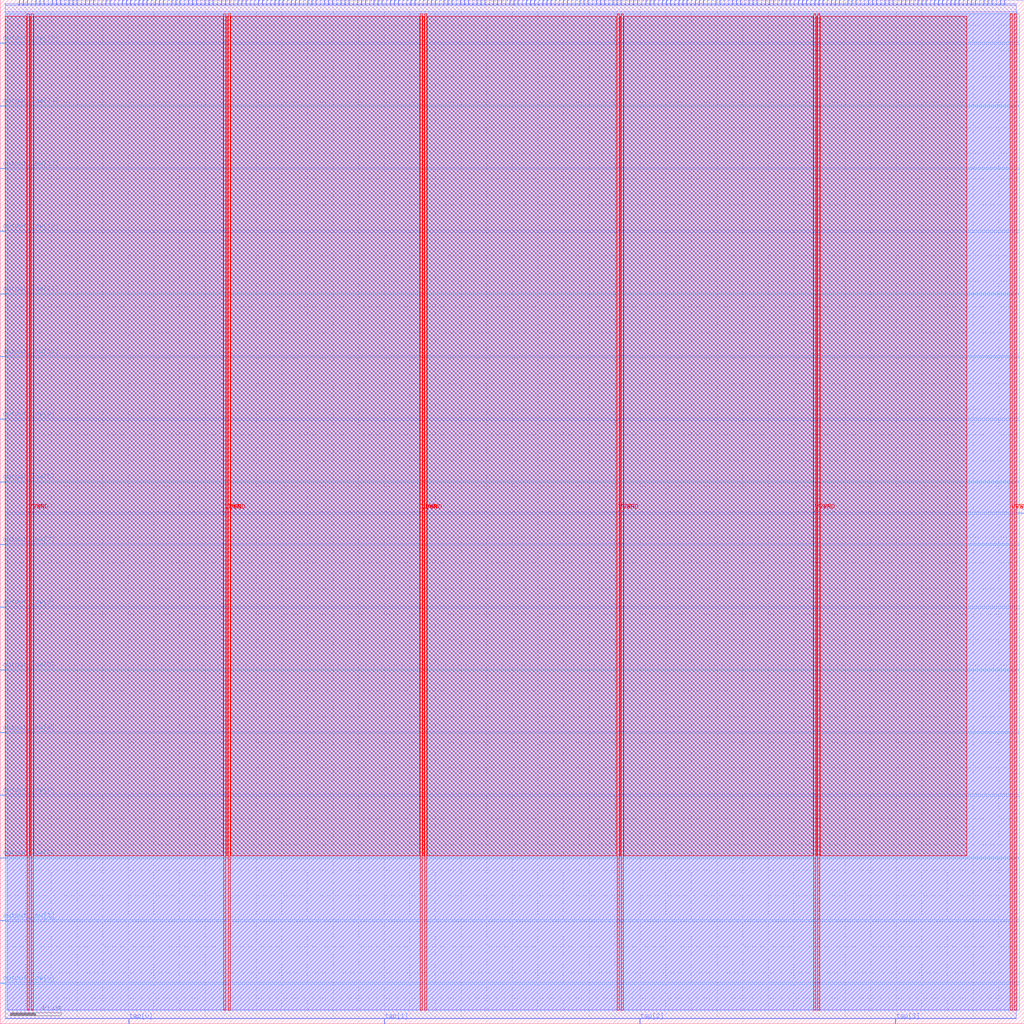
<source format=lef>
VERSION 5.7 ;
  NOWIREEXTENSIONATPIN ON ;
  DIVIDERCHAR "/" ;
  BUSBITCHARS "[]" ;
MACRO lowpass
  CLASS BLOCK ;
  FOREIGN lowpass ;
  ORIGIN 0.000 0.000 ;
  SIZE 800.000 BY 800.000 ;
  PIN VGND
    DIRECTION INOUT ;
    USE GROUND ;
    PORT
      LAYER met4 ;
        RECT 24.340 10.640 25.940 789.040 ;
    END
    PORT
      LAYER met4 ;
        RECT 177.940 10.640 179.540 789.040 ;
    END
    PORT
      LAYER met4 ;
        RECT 331.540 10.640 333.140 789.040 ;
    END
    PORT
      LAYER met4 ;
        RECT 485.140 10.640 486.740 789.040 ;
    END
    PORT
      LAYER met4 ;
        RECT 638.740 10.640 640.340 789.040 ;
    END
    PORT
      LAYER met4 ;
        RECT 792.340 10.640 793.940 789.040 ;
    END
  END VGND
  PIN VPWR
    DIRECTION INOUT ;
    USE POWER ;
    PORT
      LAYER met4 ;
        RECT 21.040 10.640 22.640 789.040 ;
    END
    PORT
      LAYER met4 ;
        RECT 174.640 10.640 176.240 789.040 ;
    END
    PORT
      LAYER met4 ;
        RECT 328.240 10.640 329.840 789.040 ;
    END
    PORT
      LAYER met4 ;
        RECT 481.840 10.640 483.440 789.040 ;
    END
    PORT
      LAYER met4 ;
        RECT 635.440 10.640 637.040 789.040 ;
    END
    PORT
      LAYER met4 ;
        RECT 789.040 10.640 790.640 789.040 ;
    END
  END VPWR
  PIN clk
    DIRECTION INPUT ;
    USE SIGNAL ;
    ANTENNAGATEAREA 0.852000 ;
    ANTENNADIFFAREA 0.434700 ;
    PORT
      LAYER met3 ;
        RECT 796.000 398.520 800.000 399.120 ;
    END
  END clk
  PIN input_data[0]
    DIRECTION INPUT ;
    USE SIGNAL ;
    ANTENNAGATEAREA 0.159000 ;
    ANTENNADIFFAREA 0.434700 ;
    PORT
      LAYER met2 ;
        RECT 14.810 796.000 15.090 800.000 ;
    END
  END input_data[0]
  PIN input_data[100]
    DIRECTION INPUT ;
    USE SIGNAL ;
    ANTENNAGATEAREA 0.247500 ;
    ANTENNADIFFAREA 0.434700 ;
    PORT
      LAYER met2 ;
        RECT 336.810 796.000 337.090 800.000 ;
    END
  END input_data[100]
  PIN input_data[101]
    DIRECTION INPUT ;
    USE SIGNAL ;
    ANTENNAGATEAREA 0.247500 ;
    ANTENNADIFFAREA 0.434700 ;
    PORT
      LAYER met2 ;
        RECT 340.030 796.000 340.310 800.000 ;
    END
  END input_data[101]
  PIN input_data[102]
    DIRECTION INPUT ;
    USE SIGNAL ;
    ANTENNAGATEAREA 0.247500 ;
    ANTENNADIFFAREA 0.434700 ;
    PORT
      LAYER met2 ;
        RECT 343.250 796.000 343.530 800.000 ;
    END
  END input_data[102]
  PIN input_data[103]
    DIRECTION INPUT ;
    USE SIGNAL ;
    ANTENNAGATEAREA 0.247500 ;
    ANTENNADIFFAREA 0.434700 ;
    PORT
      LAYER met2 ;
        RECT 346.470 796.000 346.750 800.000 ;
    END
  END input_data[103]
  PIN input_data[104]
    DIRECTION INPUT ;
    USE SIGNAL ;
    ANTENNAGATEAREA 0.247500 ;
    ANTENNADIFFAREA 0.434700 ;
    PORT
      LAYER met2 ;
        RECT 349.690 796.000 349.970 800.000 ;
    END
  END input_data[104]
  PIN input_data[105]
    DIRECTION INPUT ;
    USE SIGNAL ;
    ANTENNAGATEAREA 0.247500 ;
    ANTENNADIFFAREA 0.434700 ;
    PORT
      LAYER met2 ;
        RECT 352.910 796.000 353.190 800.000 ;
    END
  END input_data[105]
  PIN input_data[106]
    DIRECTION INPUT ;
    USE SIGNAL ;
    ANTENNAGATEAREA 0.213000 ;
    ANTENNADIFFAREA 0.434700 ;
    PORT
      LAYER met2 ;
        RECT 356.130 796.000 356.410 800.000 ;
    END
  END input_data[106]
  PIN input_data[107]
    DIRECTION INPUT ;
    USE SIGNAL ;
    ANTENNAGATEAREA 0.213000 ;
    ANTENNADIFFAREA 0.434700 ;
    PORT
      LAYER met2 ;
        RECT 359.350 796.000 359.630 800.000 ;
    END
  END input_data[107]
  PIN input_data[108]
    DIRECTION INPUT ;
    USE SIGNAL ;
    ANTENNAGATEAREA 0.213000 ;
    ANTENNADIFFAREA 0.434700 ;
    PORT
      LAYER met2 ;
        RECT 362.570 796.000 362.850 800.000 ;
    END
  END input_data[108]
  PIN input_data[109]
    DIRECTION INPUT ;
    USE SIGNAL ;
    ANTENNAGATEAREA 0.495000 ;
    ANTENNADIFFAREA 0.434700 ;
    PORT
      LAYER met2 ;
        RECT 365.790 796.000 366.070 800.000 ;
    END
  END input_data[109]
  PIN input_data[10]
    DIRECTION INPUT ;
    USE SIGNAL ;
    ANTENNAGATEAREA 0.196500 ;
    ANTENNADIFFAREA 0.434700 ;
    PORT
      LAYER met2 ;
        RECT 47.010 796.000 47.290 800.000 ;
    END
  END input_data[10]
  PIN input_data[110]
    DIRECTION INPUT ;
    USE SIGNAL ;
    ANTENNAGATEAREA 0.426000 ;
    ANTENNADIFFAREA 0.434700 ;
    PORT
      LAYER met2 ;
        RECT 369.010 796.000 369.290 800.000 ;
    END
  END input_data[110]
  PIN input_data[111]
    DIRECTION INPUT ;
    USE SIGNAL ;
    ANTENNAGATEAREA 0.213000 ;
    ANTENNADIFFAREA 0.434700 ;
    PORT
      LAYER met2 ;
        RECT 372.230 796.000 372.510 800.000 ;
    END
  END input_data[111]
  PIN input_data[112]
    DIRECTION INPUT ;
    USE SIGNAL ;
    ANTENNAGATEAREA 0.426000 ;
    ANTENNADIFFAREA 0.434700 ;
    PORT
      LAYER met2 ;
        RECT 375.450 796.000 375.730 800.000 ;
    END
  END input_data[112]
  PIN input_data[113]
    DIRECTION INPUT ;
    USE SIGNAL ;
    ANTENNAGATEAREA 0.126000 ;
    ANTENNADIFFAREA 0.434700 ;
    PORT
      LAYER met2 ;
        RECT 378.670 796.000 378.950 800.000 ;
    END
  END input_data[113]
  PIN input_data[114]
    DIRECTION INPUT ;
    USE SIGNAL ;
    ANTENNAGATEAREA 0.247500 ;
    ANTENNADIFFAREA 0.434700 ;
    PORT
      LAYER met2 ;
        RECT 381.890 796.000 382.170 800.000 ;
    END
  END input_data[114]
  PIN input_data[115]
    DIRECTION INPUT ;
    USE SIGNAL ;
    ANTENNAGATEAREA 0.196500 ;
    ANTENNADIFFAREA 0.434700 ;
    PORT
      LAYER met2 ;
        RECT 385.110 796.000 385.390 800.000 ;
    END
  END input_data[115]
  PIN input_data[116]
    DIRECTION INPUT ;
    USE SIGNAL ;
    ANTENNAGATEAREA 0.196500 ;
    ANTENNADIFFAREA 0.434700 ;
    PORT
      LAYER met2 ;
        RECT 388.330 796.000 388.610 800.000 ;
    END
  END input_data[116]
  PIN input_data[117]
    DIRECTION INPUT ;
    USE SIGNAL ;
    ANTENNAGATEAREA 0.196500 ;
    ANTENNADIFFAREA 0.434700 ;
    PORT
      LAYER met2 ;
        RECT 391.550 796.000 391.830 800.000 ;
    END
  END input_data[117]
  PIN input_data[118]
    DIRECTION INPUT ;
    USE SIGNAL ;
    ANTENNAGATEAREA 0.196500 ;
    ANTENNADIFFAREA 0.434700 ;
    PORT
      LAYER met2 ;
        RECT 394.770 796.000 395.050 800.000 ;
    END
  END input_data[118]
  PIN input_data[119]
    DIRECTION INPUT ;
    USE SIGNAL ;
    ANTENNAGATEAREA 0.196500 ;
    ANTENNADIFFAREA 0.434700 ;
    PORT
      LAYER met2 ;
        RECT 397.990 796.000 398.270 800.000 ;
    END
  END input_data[119]
  PIN input_data[11]
    DIRECTION INPUT ;
    USE SIGNAL ;
    ANTENNAGATEAREA 0.196500 ;
    ANTENNADIFFAREA 0.434700 ;
    PORT
      LAYER met2 ;
        RECT 50.230 796.000 50.510 800.000 ;
    END
  END input_data[11]
  PIN input_data[120]
    DIRECTION INPUT ;
    USE SIGNAL ;
    ANTENNAGATEAREA 0.196500 ;
    ANTENNADIFFAREA 0.434700 ;
    PORT
      LAYER met2 ;
        RECT 401.210 796.000 401.490 800.000 ;
    END
  END input_data[120]
  PIN input_data[121]
    DIRECTION INPUT ;
    USE SIGNAL ;
    ANTENNAGATEAREA 0.213000 ;
    ANTENNADIFFAREA 0.434700 ;
    PORT
      LAYER met2 ;
        RECT 404.430 796.000 404.710 800.000 ;
    END
  END input_data[121]
  PIN input_data[122]
    DIRECTION INPUT ;
    USE SIGNAL ;
    ANTENNAGATEAREA 0.196500 ;
    ANTENNADIFFAREA 0.434700 ;
    PORT
      LAYER met2 ;
        RECT 407.650 796.000 407.930 800.000 ;
    END
  END input_data[122]
  PIN input_data[123]
    DIRECTION INPUT ;
    USE SIGNAL ;
    ANTENNAGATEAREA 0.196500 ;
    ANTENNADIFFAREA 0.434700 ;
    PORT
      LAYER met2 ;
        RECT 410.870 796.000 411.150 800.000 ;
    END
  END input_data[123]
  PIN input_data[124]
    DIRECTION INPUT ;
    USE SIGNAL ;
    ANTENNAGATEAREA 0.196500 ;
    ANTENNADIFFAREA 0.434700 ;
    PORT
      LAYER met2 ;
        RECT 414.090 796.000 414.370 800.000 ;
    END
  END input_data[124]
  PIN input_data[125]
    DIRECTION INPUT ;
    USE SIGNAL ;
    ANTENNAGATEAREA 0.213000 ;
    ANTENNADIFFAREA 0.434700 ;
    PORT
      LAYER met2 ;
        RECT 417.310 796.000 417.590 800.000 ;
    END
  END input_data[125]
  PIN input_data[126]
    DIRECTION INPUT ;
    USE SIGNAL ;
    ANTENNAGATEAREA 0.159000 ;
    ANTENNADIFFAREA 0.434700 ;
    PORT
      LAYER met2 ;
        RECT 420.530 796.000 420.810 800.000 ;
    END
  END input_data[126]
  PIN input_data[127]
    DIRECTION INPUT ;
    USE SIGNAL ;
    ANTENNAGATEAREA 0.196500 ;
    ANTENNADIFFAREA 0.434700 ;
    PORT
      LAYER met2 ;
        RECT 423.750 796.000 424.030 800.000 ;
    END
  END input_data[127]
  PIN input_data[128]
    DIRECTION INPUT ;
    USE SIGNAL ;
    ANTENNAGATEAREA 0.247500 ;
    ANTENNADIFFAREA 0.434700 ;
    PORT
      LAYER met2 ;
        RECT 426.970 796.000 427.250 800.000 ;
    END
  END input_data[128]
  PIN input_data[129]
    DIRECTION INPUT ;
    USE SIGNAL ;
    ANTENNAGATEAREA 0.213000 ;
    ANTENNADIFFAREA 0.434700 ;
    PORT
      LAYER met2 ;
        RECT 430.190 796.000 430.470 800.000 ;
    END
  END input_data[129]
  PIN input_data[12]
    DIRECTION INPUT ;
    USE SIGNAL ;
    ANTENNAGATEAREA 0.196500 ;
    ANTENNADIFFAREA 0.434700 ;
    PORT
      LAYER met2 ;
        RECT 53.450 796.000 53.730 800.000 ;
    END
  END input_data[12]
  PIN input_data[130]
    DIRECTION INPUT ;
    USE SIGNAL ;
    ANTENNAGATEAREA 0.213000 ;
    ANTENNADIFFAREA 0.434700 ;
    PORT
      LAYER met2 ;
        RECT 433.410 796.000 433.690 800.000 ;
    END
  END input_data[130]
  PIN input_data[131]
    DIRECTION INPUT ;
    USE SIGNAL ;
    ANTENNAGATEAREA 0.213000 ;
    ANTENNADIFFAREA 0.434700 ;
    PORT
      LAYER met2 ;
        RECT 436.630 796.000 436.910 800.000 ;
    END
  END input_data[131]
  PIN input_data[132]
    DIRECTION INPUT ;
    USE SIGNAL ;
    ANTENNAGATEAREA 0.213000 ;
    ANTENNADIFFAREA 0.434700 ;
    PORT
      LAYER met2 ;
        RECT 439.850 796.000 440.130 800.000 ;
    END
  END input_data[132]
  PIN input_data[133]
    DIRECTION INPUT ;
    USE SIGNAL ;
    ANTENNAGATEAREA 0.213000 ;
    ANTENNADIFFAREA 0.434700 ;
    PORT
      LAYER met2 ;
        RECT 443.070 796.000 443.350 800.000 ;
    END
  END input_data[133]
  PIN input_data[134]
    DIRECTION INPUT ;
    USE SIGNAL ;
    ANTENNAGATEAREA 0.159000 ;
    ANTENNADIFFAREA 0.434700 ;
    PORT
      LAYER met2 ;
        RECT 446.290 796.000 446.570 800.000 ;
    END
  END input_data[134]
  PIN input_data[135]
    DIRECTION INPUT ;
    USE SIGNAL ;
    ANTENNAGATEAREA 0.159000 ;
    ANTENNADIFFAREA 0.434700 ;
    PORT
      LAYER met2 ;
        RECT 449.510 796.000 449.790 800.000 ;
    END
  END input_data[135]
  PIN input_data[136]
    DIRECTION INPUT ;
    USE SIGNAL ;
    ANTENNAGATEAREA 0.213000 ;
    ANTENNADIFFAREA 0.434700 ;
    PORT
      LAYER met2 ;
        RECT 452.730 796.000 453.010 800.000 ;
    END
  END input_data[136]
  PIN input_data[137]
    DIRECTION INPUT ;
    USE SIGNAL ;
    ANTENNAGATEAREA 0.159000 ;
    ANTENNADIFFAREA 0.434700 ;
    PORT
      LAYER met2 ;
        RECT 455.950 796.000 456.230 800.000 ;
    END
  END input_data[137]
  PIN input_data[138]
    DIRECTION INPUT ;
    USE SIGNAL ;
    ANTENNAGATEAREA 0.159000 ;
    ANTENNADIFFAREA 0.434700 ;
    PORT
      LAYER met2 ;
        RECT 459.170 796.000 459.450 800.000 ;
    END
  END input_data[138]
  PIN input_data[139]
    DIRECTION INPUT ;
    USE SIGNAL ;
    ANTENNAGATEAREA 0.159000 ;
    ANTENNADIFFAREA 0.434700 ;
    PORT
      LAYER met2 ;
        RECT 462.390 796.000 462.670 800.000 ;
    END
  END input_data[139]
  PIN input_data[13]
    DIRECTION INPUT ;
    USE SIGNAL ;
    ANTENNAGATEAREA 0.742500 ;
    ANTENNADIFFAREA 0.434700 ;
    PORT
      LAYER met2 ;
        RECT 56.670 796.000 56.950 800.000 ;
    END
  END input_data[13]
  PIN input_data[140]
    DIRECTION INPUT ;
    USE SIGNAL ;
    ANTENNAGATEAREA 0.247500 ;
    ANTENNADIFFAREA 0.434700 ;
    PORT
      LAYER met2 ;
        RECT 465.610 796.000 465.890 800.000 ;
    END
  END input_data[140]
  PIN input_data[141]
    DIRECTION INPUT ;
    USE SIGNAL ;
    ANTENNAGATEAREA 0.213000 ;
    ANTENNADIFFAREA 0.434700 ;
    PORT
      LAYER met2 ;
        RECT 468.830 796.000 469.110 800.000 ;
    END
  END input_data[141]
  PIN input_data[142]
    DIRECTION INPUT ;
    USE SIGNAL ;
    ANTENNAGATEAREA 0.742500 ;
    ANTENNADIFFAREA 0.434700 ;
    PORT
      LAYER met2 ;
        RECT 472.050 796.000 472.330 800.000 ;
    END
  END input_data[142]
  PIN input_data[143]
    DIRECTION INPUT ;
    USE SIGNAL ;
    ANTENNAGATEAREA 0.247500 ;
    ANTENNADIFFAREA 0.434700 ;
    PORT
      LAYER met2 ;
        RECT 475.270 796.000 475.550 800.000 ;
    END
  END input_data[143]
  PIN input_data[144]
    DIRECTION INPUT ;
    USE SIGNAL ;
    ANTENNAGATEAREA 0.159000 ;
    ANTENNADIFFAREA 0.434700 ;
    PORT
      LAYER met2 ;
        RECT 478.490 796.000 478.770 800.000 ;
    END
  END input_data[144]
  PIN input_data[145]
    DIRECTION INPUT ;
    USE SIGNAL ;
    ANTENNAGATEAREA 0.213000 ;
    ANTENNADIFFAREA 0.434700 ;
    PORT
      LAYER met2 ;
        RECT 481.710 796.000 481.990 800.000 ;
    END
  END input_data[145]
  PIN input_data[146]
    DIRECTION INPUT ;
    USE SIGNAL ;
    ANTENNAGATEAREA 0.213000 ;
    ANTENNADIFFAREA 0.434700 ;
    PORT
      LAYER met2 ;
        RECT 484.930 796.000 485.210 800.000 ;
    END
  END input_data[146]
  PIN input_data[147]
    DIRECTION INPUT ;
    USE SIGNAL ;
    ANTENNAGATEAREA 0.159000 ;
    ANTENNADIFFAREA 0.434700 ;
    PORT
      LAYER met2 ;
        RECT 488.150 796.000 488.430 800.000 ;
    END
  END input_data[147]
  PIN input_data[148]
    DIRECTION INPUT ;
    USE SIGNAL ;
    ANTENNAGATEAREA 0.247500 ;
    ANTENNADIFFAREA 0.434700 ;
    PORT
      LAYER met2 ;
        RECT 491.370 796.000 491.650 800.000 ;
    END
  END input_data[148]
  PIN input_data[149]
    DIRECTION INPUT ;
    USE SIGNAL ;
    ANTENNAGATEAREA 0.213000 ;
    ANTENNADIFFAREA 0.434700 ;
    PORT
      LAYER met2 ;
        RECT 494.590 796.000 494.870 800.000 ;
    END
  END input_data[149]
  PIN input_data[14]
    DIRECTION INPUT ;
    USE SIGNAL ;
    ANTENNAGATEAREA 0.247500 ;
    ANTENNADIFFAREA 0.434700 ;
    PORT
      LAYER met2 ;
        RECT 59.890 796.000 60.170 800.000 ;
    END
  END input_data[14]
  PIN input_data[150]
    DIRECTION INPUT ;
    USE SIGNAL ;
    ANTENNAGATEAREA 0.126000 ;
    ANTENNADIFFAREA 0.434700 ;
    PORT
      LAYER met2 ;
        RECT 497.810 796.000 498.090 800.000 ;
    END
  END input_data[150]
  PIN input_data[151]
    DIRECTION INPUT ;
    USE SIGNAL ;
    ANTENNAGATEAREA 0.196500 ;
    ANTENNADIFFAREA 0.434700 ;
    PORT
      LAYER met2 ;
        RECT 501.030 796.000 501.310 800.000 ;
    END
  END input_data[151]
  PIN input_data[152]
    DIRECTION INPUT ;
    USE SIGNAL ;
    ANTENNAGATEAREA 0.196500 ;
    ANTENNADIFFAREA 0.434700 ;
    PORT
      LAYER met2 ;
        RECT 504.250 796.000 504.530 800.000 ;
    END
  END input_data[152]
  PIN input_data[153]
    DIRECTION INPUT ;
    USE SIGNAL ;
    ANTENNAGATEAREA 0.213000 ;
    ANTENNADIFFAREA 0.434700 ;
    PORT
      LAYER met2 ;
        RECT 507.470 796.000 507.750 800.000 ;
    END
  END input_data[153]
  PIN input_data[154]
    DIRECTION INPUT ;
    USE SIGNAL ;
    ANTENNAGATEAREA 0.159000 ;
    ANTENNADIFFAREA 0.434700 ;
    PORT
      LAYER met2 ;
        RECT 510.690 796.000 510.970 800.000 ;
    END
  END input_data[154]
  PIN input_data[155]
    DIRECTION INPUT ;
    USE SIGNAL ;
    ANTENNAGATEAREA 0.196500 ;
    ANTENNADIFFAREA 0.434700 ;
    PORT
      LAYER met2 ;
        RECT 513.910 796.000 514.190 800.000 ;
    END
  END input_data[155]
  PIN input_data[156]
    DIRECTION INPUT ;
    USE SIGNAL ;
    ANTENNAGATEAREA 0.126000 ;
    ANTENNADIFFAREA 0.434700 ;
    PORT
      LAYER met2 ;
        RECT 517.130 796.000 517.410 800.000 ;
    END
  END input_data[156]
  PIN input_data[157]
    DIRECTION INPUT ;
    USE SIGNAL ;
    ANTENNAGATEAREA 0.213000 ;
    ANTENNADIFFAREA 0.434700 ;
    PORT
      LAYER met2 ;
        RECT 520.350 796.000 520.630 800.000 ;
    END
  END input_data[157]
  PIN input_data[158]
    DIRECTION INPUT ;
    USE SIGNAL ;
    ANTENNAGATEAREA 0.247500 ;
    ANTENNADIFFAREA 0.434700 ;
    PORT
      LAYER met2 ;
        RECT 523.570 796.000 523.850 800.000 ;
    END
  END input_data[158]
  PIN input_data[159]
    DIRECTION INPUT ;
    USE SIGNAL ;
    ANTENNAGATEAREA 0.196500 ;
    ANTENNADIFFAREA 0.434700 ;
    PORT
      LAYER met2 ;
        RECT 526.790 796.000 527.070 800.000 ;
    END
  END input_data[159]
  PIN input_data[15]
    DIRECTION INPUT ;
    USE SIGNAL ;
    PORT
      LAYER met2 ;
        RECT 63.110 796.000 63.390 800.000 ;
    END
  END input_data[15]
  PIN input_data[160]
    DIRECTION INPUT ;
    USE SIGNAL ;
    ANTENNAGATEAREA 0.196500 ;
    ANTENNADIFFAREA 0.434700 ;
    PORT
      LAYER met2 ;
        RECT 530.010 796.000 530.290 800.000 ;
    END
  END input_data[160]
  PIN input_data[161]
    DIRECTION INPUT ;
    USE SIGNAL ;
    ANTENNAGATEAREA 0.196500 ;
    ANTENNADIFFAREA 0.434700 ;
    PORT
      LAYER met2 ;
        RECT 533.230 796.000 533.510 800.000 ;
    END
  END input_data[161]
  PIN input_data[162]
    DIRECTION INPUT ;
    USE SIGNAL ;
    ANTENNAGATEAREA 0.196500 ;
    ANTENNADIFFAREA 0.434700 ;
    PORT
      LAYER met2 ;
        RECT 536.450 796.000 536.730 800.000 ;
    END
  END input_data[162]
  PIN input_data[163]
    DIRECTION INPUT ;
    USE SIGNAL ;
    ANTENNAGATEAREA 0.196500 ;
    ANTENNADIFFAREA 0.434700 ;
    PORT
      LAYER met2 ;
        RECT 539.670 796.000 539.950 800.000 ;
    END
  END input_data[163]
  PIN input_data[164]
    DIRECTION INPUT ;
    USE SIGNAL ;
    ANTENNAGATEAREA 0.196500 ;
    ANTENNADIFFAREA 0.434700 ;
    PORT
      LAYER met2 ;
        RECT 542.890 796.000 543.170 800.000 ;
    END
  END input_data[164]
  PIN input_data[165]
    DIRECTION INPUT ;
    USE SIGNAL ;
    ANTENNAGATEAREA 0.196500 ;
    ANTENNADIFFAREA 0.434700 ;
    PORT
      LAYER met2 ;
        RECT 546.110 796.000 546.390 800.000 ;
    END
  END input_data[165]
  PIN input_data[166]
    DIRECTION INPUT ;
    USE SIGNAL ;
    ANTENNAGATEAREA 0.159000 ;
    ANTENNADIFFAREA 0.434700 ;
    PORT
      LAYER met2 ;
        RECT 549.330 796.000 549.610 800.000 ;
    END
  END input_data[166]
  PIN input_data[167]
    DIRECTION INPUT ;
    USE SIGNAL ;
    ANTENNAGATEAREA 0.196500 ;
    ANTENNADIFFAREA 0.434700 ;
    PORT
      LAYER met2 ;
        RECT 552.550 796.000 552.830 800.000 ;
    END
  END input_data[167]
  PIN input_data[168]
    DIRECTION INPUT ;
    USE SIGNAL ;
    ANTENNAGATEAREA 0.159000 ;
    ANTENNADIFFAREA 0.434700 ;
    PORT
      LAYER met2 ;
        RECT 555.770 796.000 556.050 800.000 ;
    END
  END input_data[168]
  PIN input_data[169]
    DIRECTION INPUT ;
    USE SIGNAL ;
    ANTENNAGATEAREA 0.213000 ;
    ANTENNADIFFAREA 0.434700 ;
    PORT
      LAYER met2 ;
        RECT 558.990 796.000 559.270 800.000 ;
    END
  END input_data[169]
  PIN input_data[16]
    DIRECTION INPUT ;
    USE SIGNAL ;
    ANTENNAGATEAREA 0.426000 ;
    ANTENNADIFFAREA 0.434700 ;
    PORT
      LAYER met2 ;
        RECT 66.330 796.000 66.610 800.000 ;
    END
  END input_data[16]
  PIN input_data[170]
    DIRECTION INPUT ;
    USE SIGNAL ;
    ANTENNAGATEAREA 0.159000 ;
    ANTENNADIFFAREA 0.434700 ;
    PORT
      LAYER met2 ;
        RECT 562.210 796.000 562.490 800.000 ;
    END
  END input_data[170]
  PIN input_data[171]
    DIRECTION INPUT ;
    USE SIGNAL ;
    ANTENNAGATEAREA 0.213000 ;
    ANTENNADIFFAREA 0.434700 ;
    PORT
      LAYER met2 ;
        RECT 565.430 796.000 565.710 800.000 ;
    END
  END input_data[171]
  PIN input_data[172]
    DIRECTION INPUT ;
    USE SIGNAL ;
    ANTENNAGATEAREA 0.126000 ;
    ANTENNADIFFAREA 0.434700 ;
    PORT
      LAYER met2 ;
        RECT 568.650 796.000 568.930 800.000 ;
    END
  END input_data[172]
  PIN input_data[173]
    DIRECTION INPUT ;
    USE SIGNAL ;
    ANTENNAGATEAREA 0.159000 ;
    ANTENNADIFFAREA 0.434700 ;
    PORT
      LAYER met2 ;
        RECT 571.870 796.000 572.150 800.000 ;
    END
  END input_data[173]
  PIN input_data[174]
    DIRECTION INPUT ;
    USE SIGNAL ;
    ANTENNAGATEAREA 0.159000 ;
    ANTENNADIFFAREA 0.434700 ;
    PORT
      LAYER met2 ;
        RECT 575.090 796.000 575.370 800.000 ;
    END
  END input_data[174]
  PIN input_data[175]
    DIRECTION INPUT ;
    USE SIGNAL ;
    PORT
      LAYER met2 ;
        RECT 578.310 796.000 578.590 800.000 ;
    END
  END input_data[175]
  PIN input_data[176]
    DIRECTION INPUT ;
    USE SIGNAL ;
    ANTENNAGATEAREA 0.159000 ;
    ANTENNADIFFAREA 0.434700 ;
    PORT
      LAYER met2 ;
        RECT 581.530 796.000 581.810 800.000 ;
    END
  END input_data[176]
  PIN input_data[177]
    DIRECTION INPUT ;
    USE SIGNAL ;
    ANTENNAGATEAREA 0.159000 ;
    ANTENNADIFFAREA 0.434700 ;
    PORT
      LAYER met2 ;
        RECT 584.750 796.000 585.030 800.000 ;
    END
  END input_data[177]
  PIN input_data[178]
    DIRECTION INPUT ;
    USE SIGNAL ;
    ANTENNAGATEAREA 0.159000 ;
    ANTENNADIFFAREA 0.434700 ;
    PORT
      LAYER met2 ;
        RECT 587.970 796.000 588.250 800.000 ;
    END
  END input_data[178]
  PIN input_data[179]
    DIRECTION INPUT ;
    USE SIGNAL ;
    ANTENNAGATEAREA 0.247500 ;
    ANTENNADIFFAREA 0.434700 ;
    PORT
      LAYER met2 ;
        RECT 591.190 796.000 591.470 800.000 ;
    END
  END input_data[179]
  PIN input_data[17]
    DIRECTION INPUT ;
    USE SIGNAL ;
    ANTENNAGATEAREA 0.213000 ;
    ANTENNADIFFAREA 0.434700 ;
    PORT
      LAYER met2 ;
        RECT 69.550 796.000 69.830 800.000 ;
    END
  END input_data[17]
  PIN input_data[180]
    DIRECTION INPUT ;
    USE SIGNAL ;
    ANTENNAGATEAREA 0.213000 ;
    ANTENNADIFFAREA 0.434700 ;
    PORT
      LAYER met2 ;
        RECT 594.410 796.000 594.690 800.000 ;
    END
  END input_data[180]
  PIN input_data[181]
    DIRECTION INPUT ;
    USE SIGNAL ;
    ANTENNAGATEAREA 0.159000 ;
    ANTENNADIFFAREA 0.434700 ;
    PORT
      LAYER met2 ;
        RECT 597.630 796.000 597.910 800.000 ;
    END
  END input_data[181]
  PIN input_data[182]
    DIRECTION INPUT ;
    USE SIGNAL ;
    ANTENNAGATEAREA 0.213000 ;
    ANTENNADIFFAREA 0.434700 ;
    PORT
      LAYER met2 ;
        RECT 600.850 796.000 601.130 800.000 ;
    END
  END input_data[182]
  PIN input_data[183]
    DIRECTION INPUT ;
    USE SIGNAL ;
    ANTENNAGATEAREA 0.213000 ;
    ANTENNADIFFAREA 0.434700 ;
    PORT
      LAYER met2 ;
        RECT 604.070 796.000 604.350 800.000 ;
    END
  END input_data[183]
  PIN input_data[184]
    DIRECTION INPUT ;
    USE SIGNAL ;
    ANTENNAGATEAREA 0.213000 ;
    ANTENNADIFFAREA 0.434700 ;
    PORT
      LAYER met2 ;
        RECT 607.290 796.000 607.570 800.000 ;
    END
  END input_data[184]
  PIN input_data[185]
    DIRECTION INPUT ;
    USE SIGNAL ;
    ANTENNAGATEAREA 0.213000 ;
    ANTENNADIFFAREA 0.434700 ;
    PORT
      LAYER met2 ;
        RECT 610.510 796.000 610.790 800.000 ;
    END
  END input_data[185]
  PIN input_data[186]
    DIRECTION INPUT ;
    USE SIGNAL ;
    ANTENNAGATEAREA 0.213000 ;
    ANTENNADIFFAREA 0.434700 ;
    PORT
      LAYER met2 ;
        RECT 613.730 796.000 614.010 800.000 ;
    END
  END input_data[186]
  PIN input_data[187]
    DIRECTION INPUT ;
    USE SIGNAL ;
    ANTENNAGATEAREA 0.426000 ;
    ANTENNADIFFAREA 0.434700 ;
    PORT
      LAYER met2 ;
        RECT 616.950 796.000 617.230 800.000 ;
    END
  END input_data[187]
  PIN input_data[188]
    DIRECTION INPUT ;
    USE SIGNAL ;
    ANTENNAGATEAREA 0.426000 ;
    ANTENNADIFFAREA 0.434700 ;
    PORT
      LAYER met2 ;
        RECT 620.170 796.000 620.450 800.000 ;
    END
  END input_data[188]
  PIN input_data[189]
    DIRECTION INPUT ;
    USE SIGNAL ;
    ANTENNAGATEAREA 0.247500 ;
    ANTENNADIFFAREA 0.434700 ;
    PORT
      LAYER met2 ;
        RECT 623.390 796.000 623.670 800.000 ;
    END
  END input_data[189]
  PIN input_data[18]
    DIRECTION INPUT ;
    USE SIGNAL ;
    ANTENNAGATEAREA 0.213000 ;
    ANTENNADIFFAREA 0.434700 ;
    PORT
      LAYER met2 ;
        RECT 72.770 796.000 73.050 800.000 ;
    END
  END input_data[18]
  PIN input_data[190]
    DIRECTION INPUT ;
    USE SIGNAL ;
    ANTENNAGATEAREA 0.126000 ;
    ANTENNADIFFAREA 0.434700 ;
    PORT
      LAYER met2 ;
        RECT 626.610 796.000 626.890 800.000 ;
    END
  END input_data[190]
  PIN input_data[191]
    DIRECTION INPUT ;
    USE SIGNAL ;
    PORT
      LAYER met2 ;
        RECT 629.830 796.000 630.110 800.000 ;
    END
  END input_data[191]
  PIN input_data[192]
    DIRECTION INPUT ;
    USE SIGNAL ;
    ANTENNAGATEAREA 0.495000 ;
    ANTENNADIFFAREA 0.434700 ;
    PORT
      LAYER met2 ;
        RECT 633.050 796.000 633.330 800.000 ;
    END
  END input_data[192]
  PIN input_data[193]
    DIRECTION INPUT ;
    USE SIGNAL ;
    ANTENNAGATEAREA 0.495000 ;
    ANTENNADIFFAREA 0.434700 ;
    PORT
      LAYER met2 ;
        RECT 636.270 796.000 636.550 800.000 ;
    END
  END input_data[193]
  PIN input_data[194]
    DIRECTION INPUT ;
    USE SIGNAL ;
    ANTENNAGATEAREA 0.213000 ;
    ANTENNADIFFAREA 0.434700 ;
    PORT
      LAYER met2 ;
        RECT 639.490 796.000 639.770 800.000 ;
    END
  END input_data[194]
  PIN input_data[195]
    DIRECTION INPUT ;
    USE SIGNAL ;
    ANTENNAGATEAREA 0.213000 ;
    ANTENNADIFFAREA 0.434700 ;
    PORT
      LAYER met2 ;
        RECT 642.710 796.000 642.990 800.000 ;
    END
  END input_data[195]
  PIN input_data[196]
    DIRECTION INPUT ;
    USE SIGNAL ;
    ANTENNAGATEAREA 0.213000 ;
    ANTENNADIFFAREA 0.434700 ;
    PORT
      LAYER met2 ;
        RECT 645.930 796.000 646.210 800.000 ;
    END
  END input_data[196]
  PIN input_data[197]
    DIRECTION INPUT ;
    USE SIGNAL ;
    ANTENNAGATEAREA 0.495000 ;
    ANTENNADIFFAREA 0.434700 ;
    PORT
      LAYER met2 ;
        RECT 649.150 796.000 649.430 800.000 ;
    END
  END input_data[197]
  PIN input_data[198]
    DIRECTION INPUT ;
    USE SIGNAL ;
    ANTENNAGATEAREA 0.495000 ;
    ANTENNADIFFAREA 0.434700 ;
    PORT
      LAYER met2 ;
        RECT 652.370 796.000 652.650 800.000 ;
    END
  END input_data[198]
  PIN input_data[199]
    DIRECTION INPUT ;
    USE SIGNAL ;
    ANTENNAGATEAREA 0.426000 ;
    ANTENNADIFFAREA 0.434700 ;
    PORT
      LAYER met2 ;
        RECT 655.590 796.000 655.870 800.000 ;
    END
  END input_data[199]
  PIN input_data[19]
    DIRECTION INPUT ;
    USE SIGNAL ;
    ANTENNAGATEAREA 0.213000 ;
    ANTENNADIFFAREA 0.434700 ;
    PORT
      LAYER met2 ;
        RECT 75.990 796.000 76.270 800.000 ;
    END
  END input_data[19]
  PIN input_data[1]
    DIRECTION INPUT ;
    USE SIGNAL ;
    ANTENNAGATEAREA 0.196500 ;
    ANTENNADIFFAREA 0.434700 ;
    PORT
      LAYER met2 ;
        RECT 18.030 796.000 18.310 800.000 ;
    END
  END input_data[1]
  PIN input_data[200]
    DIRECTION INPUT ;
    USE SIGNAL ;
    ANTENNAGATEAREA 0.426000 ;
    ANTENNADIFFAREA 0.434700 ;
    PORT
      LAYER met2 ;
        RECT 658.810 796.000 659.090 800.000 ;
    END
  END input_data[200]
  PIN input_data[201]
    DIRECTION INPUT ;
    USE SIGNAL ;
    ANTENNAGATEAREA 0.495000 ;
    ANTENNADIFFAREA 0.434700 ;
    PORT
      LAYER met2 ;
        RECT 662.030 796.000 662.310 800.000 ;
    END
  END input_data[201]
  PIN input_data[202]
    DIRECTION INPUT ;
    USE SIGNAL ;
    ANTENNAGATEAREA 0.495000 ;
    ANTENNADIFFAREA 0.434700 ;
    PORT
      LAYER met2 ;
        RECT 665.250 796.000 665.530 800.000 ;
    END
  END input_data[202]
  PIN input_data[203]
    DIRECTION INPUT ;
    USE SIGNAL ;
    ANTENNAGATEAREA 0.426000 ;
    ANTENNADIFFAREA 0.434700 ;
    PORT
      LAYER met2 ;
        RECT 668.470 796.000 668.750 800.000 ;
    END
  END input_data[203]
  PIN input_data[204]
    DIRECTION INPUT ;
    USE SIGNAL ;
    ANTENNAGATEAREA 0.426000 ;
    ANTENNADIFFAREA 0.434700 ;
    PORT
      LAYER met2 ;
        RECT 671.690 796.000 671.970 800.000 ;
    END
  END input_data[204]
  PIN input_data[205]
    DIRECTION INPUT ;
    USE SIGNAL ;
    ANTENNAGATEAREA 0.247500 ;
    ANTENNADIFFAREA 0.434700 ;
    PORT
      LAYER met2 ;
        RECT 674.910 796.000 675.190 800.000 ;
    END
  END input_data[205]
  PIN input_data[206]
    DIRECTION INPUT ;
    USE SIGNAL ;
    ANTENNAGATEAREA 0.159000 ;
    ANTENNADIFFAREA 0.434700 ;
    PORT
      LAYER met2 ;
        RECT 678.130 796.000 678.410 800.000 ;
    END
  END input_data[206]
  PIN input_data[207]
    DIRECTION INPUT ;
    USE SIGNAL ;
    ANTENNAGATEAREA 0.213000 ;
    ANTENNADIFFAREA 0.434700 ;
    PORT
      LAYER met2 ;
        RECT 681.350 796.000 681.630 800.000 ;
    END
  END input_data[207]
  PIN input_data[208]
    DIRECTION INPUT ;
    USE SIGNAL ;
    ANTENNAGATEAREA 0.213000 ;
    ANTENNADIFFAREA 0.434700 ;
    PORT
      LAYER met2 ;
        RECT 684.570 796.000 684.850 800.000 ;
    END
  END input_data[208]
  PIN input_data[209]
    DIRECTION INPUT ;
    USE SIGNAL ;
    ANTENNAGATEAREA 0.742500 ;
    ANTENNADIFFAREA 0.434700 ;
    PORT
      LAYER met2 ;
        RECT 687.790 796.000 688.070 800.000 ;
    END
  END input_data[209]
  PIN input_data[20]
    DIRECTION INPUT ;
    USE SIGNAL ;
    ANTENNAGATEAREA 0.213000 ;
    ANTENNADIFFAREA 0.434700 ;
    PORT
      LAYER met2 ;
        RECT 79.210 796.000 79.490 800.000 ;
    END
  END input_data[20]
  PIN input_data[210]
    DIRECTION INPUT ;
    USE SIGNAL ;
    ANTENNAGATEAREA 0.742500 ;
    ANTENNADIFFAREA 0.434700 ;
    PORT
      LAYER met2 ;
        RECT 691.010 796.000 691.290 800.000 ;
    END
  END input_data[210]
  PIN input_data[211]
    DIRECTION INPUT ;
    USE SIGNAL ;
    ANTENNAGATEAREA 0.742500 ;
    ANTENNADIFFAREA 0.434700 ;
    PORT
      LAYER met2 ;
        RECT 694.230 796.000 694.510 800.000 ;
    END
  END input_data[211]
  PIN input_data[212]
    DIRECTION INPUT ;
    USE SIGNAL ;
    ANTENNAGATEAREA 0.742500 ;
    ANTENNADIFFAREA 0.434700 ;
    PORT
      LAYER met2 ;
        RECT 697.450 796.000 697.730 800.000 ;
    END
  END input_data[212]
  PIN input_data[213]
    DIRECTION INPUT ;
    USE SIGNAL ;
    ANTENNAGATEAREA 0.742500 ;
    ANTENNADIFFAREA 0.434700 ;
    PORT
      LAYER met2 ;
        RECT 700.670 796.000 700.950 800.000 ;
    END
  END input_data[213]
  PIN input_data[214]
    DIRECTION INPUT ;
    USE SIGNAL ;
    ANTENNAGATEAREA 0.742500 ;
    ANTENNADIFFAREA 0.434700 ;
    PORT
      LAYER met2 ;
        RECT 703.890 796.000 704.170 800.000 ;
    END
  END input_data[214]
  PIN input_data[215]
    DIRECTION INPUT ;
    USE SIGNAL ;
    ANTENNAGATEAREA 0.742500 ;
    ANTENNADIFFAREA 0.434700 ;
    PORT
      LAYER met2 ;
        RECT 707.110 796.000 707.390 800.000 ;
    END
  END input_data[215]
  PIN input_data[216]
    DIRECTION INPUT ;
    USE SIGNAL ;
    ANTENNAGATEAREA 0.426000 ;
    ANTENNADIFFAREA 0.434700 ;
    PORT
      LAYER met2 ;
        RECT 710.330 796.000 710.610 800.000 ;
    END
  END input_data[216]
  PIN input_data[217]
    DIRECTION INPUT ;
    USE SIGNAL ;
    ANTENNAGATEAREA 0.426000 ;
    ANTENNADIFFAREA 0.434700 ;
    PORT
      LAYER met2 ;
        RECT 713.550 796.000 713.830 800.000 ;
    END
  END input_data[217]
  PIN input_data[218]
    DIRECTION INPUT ;
    USE SIGNAL ;
    ANTENNAGATEAREA 0.247500 ;
    ANTENNADIFFAREA 0.434700 ;
    PORT
      LAYER met2 ;
        RECT 716.770 796.000 717.050 800.000 ;
    END
  END input_data[218]
  PIN input_data[219]
    DIRECTION INPUT ;
    USE SIGNAL ;
    ANTENNAGATEAREA 0.213000 ;
    ANTENNADIFFAREA 0.434700 ;
    PORT
      LAYER met2 ;
        RECT 719.990 796.000 720.270 800.000 ;
    END
  END input_data[219]
  PIN input_data[21]
    DIRECTION INPUT ;
    USE SIGNAL ;
    ANTENNAGATEAREA 0.213000 ;
    ANTENNADIFFAREA 0.434700 ;
    PORT
      LAYER met2 ;
        RECT 82.430 796.000 82.710 800.000 ;
    END
  END input_data[21]
  PIN input_data[220]
    DIRECTION INPUT ;
    USE SIGNAL ;
    ANTENNAGATEAREA 0.247500 ;
    ANTENNADIFFAREA 0.434700 ;
    PORT
      LAYER met2 ;
        RECT 723.210 796.000 723.490 800.000 ;
    END
  END input_data[220]
  PIN input_data[221]
    DIRECTION INPUT ;
    USE SIGNAL ;
    ANTENNAGATEAREA 0.247500 ;
    ANTENNADIFFAREA 0.434700 ;
    PORT
      LAYER met2 ;
        RECT 726.430 796.000 726.710 800.000 ;
    END
  END input_data[221]
  PIN input_data[222]
    DIRECTION INPUT ;
    USE SIGNAL ;
    ANTENNAGATEAREA 0.213000 ;
    ANTENNADIFFAREA 0.434700 ;
    PORT
      LAYER met2 ;
        RECT 729.650 796.000 729.930 800.000 ;
    END
  END input_data[222]
  PIN input_data[223]
    DIRECTION INPUT ;
    USE SIGNAL ;
    PORT
      LAYER met2 ;
        RECT 732.870 796.000 733.150 800.000 ;
    END
  END input_data[223]
  PIN input_data[224]
    DIRECTION INPUT ;
    USE SIGNAL ;
    ANTENNAGATEAREA 0.196500 ;
    ANTENNADIFFAREA 0.434700 ;
    PORT
      LAYER met2 ;
        RECT 736.090 796.000 736.370 800.000 ;
    END
  END input_data[224]
  PIN input_data[225]
    DIRECTION INPUT ;
    USE SIGNAL ;
    ANTENNAGATEAREA 0.196500 ;
    ANTENNADIFFAREA 0.434700 ;
    PORT
      LAYER met2 ;
        RECT 739.310 796.000 739.590 800.000 ;
    END
  END input_data[225]
  PIN input_data[226]
    DIRECTION INPUT ;
    USE SIGNAL ;
    ANTENNAGATEAREA 0.426000 ;
    ANTENNADIFFAREA 0.434700 ;
    PORT
      LAYER met2 ;
        RECT 742.530 796.000 742.810 800.000 ;
    END
  END input_data[226]
  PIN input_data[227]
    DIRECTION INPUT ;
    USE SIGNAL ;
    ANTENNAGATEAREA 0.426000 ;
    ANTENNADIFFAREA 0.434700 ;
    PORT
      LAYER met2 ;
        RECT 745.750 796.000 746.030 800.000 ;
    END
  END input_data[227]
  PIN input_data[228]
    DIRECTION INPUT ;
    USE SIGNAL ;
    ANTENNAGATEAREA 0.247500 ;
    ANTENNADIFFAREA 0.434700 ;
    PORT
      LAYER met2 ;
        RECT 748.970 796.000 749.250 800.000 ;
    END
  END input_data[228]
  PIN input_data[229]
    DIRECTION INPUT ;
    USE SIGNAL ;
    ANTENNAGATEAREA 0.247500 ;
    ANTENNADIFFAREA 0.434700 ;
    PORT
      LAYER met2 ;
        RECT 752.190 796.000 752.470 800.000 ;
    END
  END input_data[229]
  PIN input_data[22]
    DIRECTION INPUT ;
    USE SIGNAL ;
    ANTENNAGATEAREA 0.213000 ;
    ANTENNADIFFAREA 0.434700 ;
    PORT
      LAYER met2 ;
        RECT 85.650 796.000 85.930 800.000 ;
    END
  END input_data[22]
  PIN input_data[230]
    DIRECTION INPUT ;
    USE SIGNAL ;
    ANTENNAGATEAREA 0.426000 ;
    ANTENNADIFFAREA 0.434700 ;
    PORT
      LAYER met2 ;
        RECT 755.410 796.000 755.690 800.000 ;
    END
  END input_data[230]
  PIN input_data[231]
    DIRECTION INPUT ;
    USE SIGNAL ;
    ANTENNAGATEAREA 0.247500 ;
    ANTENNADIFFAREA 0.434700 ;
    PORT
      LAYER met2 ;
        RECT 758.630 796.000 758.910 800.000 ;
    END
  END input_data[231]
  PIN input_data[232]
    DIRECTION INPUT ;
    USE SIGNAL ;
    ANTENNAGATEAREA 0.247500 ;
    ANTENNADIFFAREA 0.434700 ;
    PORT
      LAYER met2 ;
        RECT 761.850 796.000 762.130 800.000 ;
    END
  END input_data[232]
  PIN input_data[233]
    DIRECTION INPUT ;
    USE SIGNAL ;
    ANTENNAGATEAREA 0.159000 ;
    ANTENNADIFFAREA 0.434700 ;
    PORT
      LAYER met2 ;
        RECT 765.070 796.000 765.350 800.000 ;
    END
  END input_data[233]
  PIN input_data[234]
    DIRECTION INPUT ;
    USE SIGNAL ;
    ANTENNAGATEAREA 0.213000 ;
    ANTENNADIFFAREA 0.434700 ;
    PORT
      LAYER met2 ;
        RECT 768.290 796.000 768.570 800.000 ;
    END
  END input_data[234]
  PIN input_data[235]
    DIRECTION INPUT ;
    USE SIGNAL ;
    ANTENNAGATEAREA 0.196500 ;
    ANTENNADIFFAREA 0.434700 ;
    PORT
      LAYER met2 ;
        RECT 771.510 796.000 771.790 800.000 ;
    END
  END input_data[235]
  PIN input_data[236]
    DIRECTION INPUT ;
    USE SIGNAL ;
    ANTENNAGATEAREA 0.196500 ;
    ANTENNADIFFAREA 0.434700 ;
    PORT
      LAYER met2 ;
        RECT 774.730 796.000 775.010 800.000 ;
    END
  END input_data[236]
  PIN input_data[237]
    DIRECTION INPUT ;
    USE SIGNAL ;
    ANTENNAGATEAREA 0.196500 ;
    ANTENNADIFFAREA 0.434700 ;
    PORT
      LAYER met2 ;
        RECT 777.950 796.000 778.230 800.000 ;
    END
  END input_data[237]
  PIN input_data[238]
    DIRECTION INPUT ;
    USE SIGNAL ;
    PORT
      LAYER met2 ;
        RECT 781.170 796.000 781.450 800.000 ;
    END
  END input_data[238]
  PIN input_data[239]
    DIRECTION INPUT ;
    USE SIGNAL ;
    PORT
      LAYER met2 ;
        RECT 784.390 796.000 784.670 800.000 ;
    END
  END input_data[239]
  PIN input_data[23]
    DIRECTION INPUT ;
    USE SIGNAL ;
    ANTENNAGATEAREA 0.213000 ;
    ANTENNADIFFAREA 0.434700 ;
    PORT
      LAYER met2 ;
        RECT 88.870 796.000 89.150 800.000 ;
    END
  END input_data[23]
  PIN input_data[24]
    DIRECTION INPUT ;
    USE SIGNAL ;
    ANTENNAGATEAREA 0.159000 ;
    ANTENNADIFFAREA 0.434700 ;
    PORT
      LAYER met2 ;
        RECT 92.090 796.000 92.370 800.000 ;
    END
  END input_data[24]
  PIN input_data[25]
    DIRECTION INPUT ;
    USE SIGNAL ;
    ANTENNAGATEAREA 0.213000 ;
    ANTENNADIFFAREA 0.434700 ;
    PORT
      LAYER met2 ;
        RECT 95.310 796.000 95.590 800.000 ;
    END
  END input_data[25]
  PIN input_data[26]
    DIRECTION INPUT ;
    USE SIGNAL ;
    ANTENNAGATEAREA 0.159000 ;
    ANTENNADIFFAREA 0.434700 ;
    PORT
      LAYER met2 ;
        RECT 98.530 796.000 98.810 800.000 ;
    END
  END input_data[26]
  PIN input_data[27]
    DIRECTION INPUT ;
    USE SIGNAL ;
    ANTENNAGATEAREA 0.159000 ;
    ANTENNADIFFAREA 0.434700 ;
    PORT
      LAYER met2 ;
        RECT 101.750 796.000 102.030 800.000 ;
    END
  END input_data[27]
  PIN input_data[28]
    DIRECTION INPUT ;
    USE SIGNAL ;
    ANTENNAGATEAREA 0.159000 ;
    ANTENNADIFFAREA 0.434700 ;
    PORT
      LAYER met2 ;
        RECT 104.970 796.000 105.250 800.000 ;
    END
  END input_data[28]
  PIN input_data[29]
    DIRECTION INPUT ;
    USE SIGNAL ;
    ANTENNAGATEAREA 0.213000 ;
    ANTENNADIFFAREA 0.434700 ;
    PORT
      LAYER met2 ;
        RECT 108.190 796.000 108.470 800.000 ;
    END
  END input_data[29]
  PIN input_data[2]
    DIRECTION INPUT ;
    USE SIGNAL ;
    ANTENNAGATEAREA 0.196500 ;
    ANTENNADIFFAREA 0.434700 ;
    PORT
      LAYER met2 ;
        RECT 21.250 796.000 21.530 800.000 ;
    END
  END input_data[2]
  PIN input_data[30]
    DIRECTION INPUT ;
    USE SIGNAL ;
    ANTENNAGATEAREA 0.495000 ;
    ANTENNADIFFAREA 0.434700 ;
    PORT
      LAYER met2 ;
        RECT 111.410 796.000 111.690 800.000 ;
    END
  END input_data[30]
  PIN input_data[31]
    DIRECTION INPUT ;
    USE SIGNAL ;
    ANTENNAGATEAREA 0.247500 ;
    ANTENNADIFFAREA 0.434700 ;
    PORT
      LAYER met2 ;
        RECT 114.630 796.000 114.910 800.000 ;
    END
  END input_data[31]
  PIN input_data[32]
    DIRECTION INPUT ;
    USE SIGNAL ;
    ANTENNAGATEAREA 0.213000 ;
    ANTENNADIFFAREA 0.434700 ;
    PORT
      LAYER met2 ;
        RECT 117.850 796.000 118.130 800.000 ;
    END
  END input_data[32]
  PIN input_data[33]
    DIRECTION INPUT ;
    USE SIGNAL ;
    ANTENNAGATEAREA 0.495000 ;
    ANTENNADIFFAREA 0.434700 ;
    PORT
      LAYER met2 ;
        RECT 121.070 796.000 121.350 800.000 ;
    END
  END input_data[33]
  PIN input_data[34]
    DIRECTION INPUT ;
    USE SIGNAL ;
    ANTENNAGATEAREA 0.159000 ;
    ANTENNADIFFAREA 0.434700 ;
    PORT
      LAYER met2 ;
        RECT 124.290 796.000 124.570 800.000 ;
    END
  END input_data[34]
  PIN input_data[35]
    DIRECTION INPUT ;
    USE SIGNAL ;
    ANTENNAGATEAREA 0.159000 ;
    ANTENNADIFFAREA 0.434700 ;
    PORT
      LAYER met2 ;
        RECT 127.510 796.000 127.790 800.000 ;
    END
  END input_data[35]
  PIN input_data[36]
    DIRECTION INPUT ;
    USE SIGNAL ;
    ANTENNAGATEAREA 0.159000 ;
    ANTENNADIFFAREA 0.434700 ;
    PORT
      LAYER met2 ;
        RECT 130.730 796.000 131.010 800.000 ;
    END
  END input_data[36]
  PIN input_data[37]
    DIRECTION INPUT ;
    USE SIGNAL ;
    ANTENNAGATEAREA 0.213000 ;
    ANTENNADIFFAREA 0.434700 ;
    PORT
      LAYER met2 ;
        RECT 133.950 796.000 134.230 800.000 ;
    END
  END input_data[37]
  PIN input_data[38]
    DIRECTION INPUT ;
    USE SIGNAL ;
    ANTENNAGATEAREA 0.213000 ;
    ANTENNADIFFAREA 0.434700 ;
    PORT
      LAYER met2 ;
        RECT 137.170 796.000 137.450 800.000 ;
    END
  END input_data[38]
  PIN input_data[39]
    DIRECTION INPUT ;
    USE SIGNAL ;
    ANTENNAGATEAREA 0.213000 ;
    ANTENNADIFFAREA 0.434700 ;
    PORT
      LAYER met2 ;
        RECT 140.390 796.000 140.670 800.000 ;
    END
  END input_data[39]
  PIN input_data[3]
    DIRECTION INPUT ;
    USE SIGNAL ;
    ANTENNAGATEAREA 0.196500 ;
    ANTENNADIFFAREA 0.434700 ;
    PORT
      LAYER met2 ;
        RECT 24.470 796.000 24.750 800.000 ;
    END
  END input_data[3]
  PIN input_data[40]
    DIRECTION INPUT ;
    USE SIGNAL ;
    ANTENNAGATEAREA 0.213000 ;
    ANTENNADIFFAREA 0.434700 ;
    PORT
      LAYER met2 ;
        RECT 143.610 796.000 143.890 800.000 ;
    END
  END input_data[40]
  PIN input_data[41]
    DIRECTION INPUT ;
    USE SIGNAL ;
    ANTENNAGATEAREA 0.426000 ;
    ANTENNADIFFAREA 0.434700 ;
    PORT
      LAYER met2 ;
        RECT 146.830 796.000 147.110 800.000 ;
    END
  END input_data[41]
  PIN input_data[42]
    DIRECTION INPUT ;
    USE SIGNAL ;
    ANTENNAGATEAREA 0.213000 ;
    ANTENNADIFFAREA 0.434700 ;
    PORT
      LAYER met2 ;
        RECT 150.050 796.000 150.330 800.000 ;
    END
  END input_data[42]
  PIN input_data[43]
    DIRECTION INPUT ;
    USE SIGNAL ;
    ANTENNAGATEAREA 0.426000 ;
    ANTENNADIFFAREA 0.434700 ;
    PORT
      LAYER met2 ;
        RECT 153.270 796.000 153.550 800.000 ;
    END
  END input_data[43]
  PIN input_data[44]
    DIRECTION INPUT ;
    USE SIGNAL ;
    ANTENNAGATEAREA 0.213000 ;
    ANTENNADIFFAREA 0.434700 ;
    PORT
      LAYER met2 ;
        RECT 156.490 796.000 156.770 800.000 ;
    END
  END input_data[44]
  PIN input_data[45]
    DIRECTION INPUT ;
    USE SIGNAL ;
    ANTENNAGATEAREA 0.213000 ;
    ANTENNADIFFAREA 0.434700 ;
    PORT
      LAYER met2 ;
        RECT 159.710 796.000 159.990 800.000 ;
    END
  END input_data[45]
  PIN input_data[46]
    DIRECTION INPUT ;
    USE SIGNAL ;
    ANTENNAGATEAREA 0.213000 ;
    ANTENNADIFFAREA 0.434700 ;
    PORT
      LAYER met2 ;
        RECT 162.930 796.000 163.210 800.000 ;
    END
  END input_data[46]
  PIN input_data[47]
    DIRECTION INPUT ;
    USE SIGNAL ;
    ANTENNAGATEAREA 0.742500 ;
    ANTENNADIFFAREA 0.434700 ;
    PORT
      LAYER met2 ;
        RECT 166.150 796.000 166.430 800.000 ;
    END
  END input_data[47]
  PIN input_data[48]
    DIRECTION INPUT ;
    USE SIGNAL ;
    ANTENNAGATEAREA 0.159000 ;
    ANTENNADIFFAREA 0.434700 ;
    PORT
      LAYER met2 ;
        RECT 169.370 796.000 169.650 800.000 ;
    END
  END input_data[48]
  PIN input_data[49]
    DIRECTION INPUT ;
    USE SIGNAL ;
    ANTENNAGATEAREA 0.213000 ;
    ANTENNADIFFAREA 0.434700 ;
    PORT
      LAYER met2 ;
        RECT 172.590 796.000 172.870 800.000 ;
    END
  END input_data[49]
  PIN input_data[4]
    DIRECTION INPUT ;
    USE SIGNAL ;
    ANTENNAGATEAREA 0.247500 ;
    ANTENNADIFFAREA 0.434700 ;
    PORT
      LAYER met2 ;
        RECT 27.690 796.000 27.970 800.000 ;
    END
  END input_data[4]
  PIN input_data[50]
    DIRECTION INPUT ;
    USE SIGNAL ;
    ANTENNAGATEAREA 0.213000 ;
    ANTENNADIFFAREA 0.434700 ;
    PORT
      LAYER met2 ;
        RECT 175.810 796.000 176.090 800.000 ;
    END
  END input_data[50]
  PIN input_data[51]
    DIRECTION INPUT ;
    USE SIGNAL ;
    ANTENNAGATEAREA 0.213000 ;
    ANTENNADIFFAREA 0.434700 ;
    PORT
      LAYER met2 ;
        RECT 179.030 796.000 179.310 800.000 ;
    END
  END input_data[51]
  PIN input_data[52]
    DIRECTION INPUT ;
    USE SIGNAL ;
    ANTENNAGATEAREA 0.213000 ;
    ANTENNADIFFAREA 0.434700 ;
    PORT
      LAYER met2 ;
        RECT 182.250 796.000 182.530 800.000 ;
    END
  END input_data[52]
  PIN input_data[53]
    DIRECTION INPUT ;
    USE SIGNAL ;
    ANTENNAGATEAREA 0.247500 ;
    ANTENNADIFFAREA 0.434700 ;
    PORT
      LAYER met2 ;
        RECT 185.470 796.000 185.750 800.000 ;
    END
  END input_data[53]
  PIN input_data[54]
    DIRECTION INPUT ;
    USE SIGNAL ;
    ANTENNAGATEAREA 0.213000 ;
    ANTENNADIFFAREA 0.434700 ;
    PORT
      LAYER met2 ;
        RECT 188.690 796.000 188.970 800.000 ;
    END
  END input_data[54]
  PIN input_data[55]
    DIRECTION INPUT ;
    USE SIGNAL ;
    ANTENNAGATEAREA 0.247500 ;
    ANTENNADIFFAREA 0.434700 ;
    PORT
      LAYER met2 ;
        RECT 191.910 796.000 192.190 800.000 ;
    END
  END input_data[55]
  PIN input_data[56]
    DIRECTION INPUT ;
    USE SIGNAL ;
    ANTENNAGATEAREA 0.213000 ;
    ANTENNADIFFAREA 0.434700 ;
    PORT
      LAYER met2 ;
        RECT 195.130 796.000 195.410 800.000 ;
    END
  END input_data[56]
  PIN input_data[57]
    DIRECTION INPUT ;
    USE SIGNAL ;
    ANTENNAGATEAREA 0.213000 ;
    ANTENNADIFFAREA 0.434700 ;
    PORT
      LAYER met2 ;
        RECT 198.350 796.000 198.630 800.000 ;
    END
  END input_data[57]
  PIN input_data[58]
    DIRECTION INPUT ;
    USE SIGNAL ;
    ANTENNAGATEAREA 0.159000 ;
    ANTENNADIFFAREA 0.434700 ;
    PORT
      LAYER met2 ;
        RECT 201.570 796.000 201.850 800.000 ;
    END
  END input_data[58]
  PIN input_data[59]
    DIRECTION INPUT ;
    USE SIGNAL ;
    ANTENNAGATEAREA 0.213000 ;
    ANTENNADIFFAREA 0.434700 ;
    PORT
      LAYER met2 ;
        RECT 204.790 796.000 205.070 800.000 ;
    END
  END input_data[59]
  PIN input_data[5]
    DIRECTION INPUT ;
    USE SIGNAL ;
    ANTENNAGATEAREA 0.247500 ;
    ANTENNADIFFAREA 0.434700 ;
    PORT
      LAYER met2 ;
        RECT 30.910 796.000 31.190 800.000 ;
    END
  END input_data[5]
  PIN input_data[60]
    DIRECTION INPUT ;
    USE SIGNAL ;
    ANTENNAGATEAREA 0.196500 ;
    ANTENNADIFFAREA 0.434700 ;
    PORT
      LAYER met2 ;
        RECT 208.010 796.000 208.290 800.000 ;
    END
  END input_data[60]
  PIN input_data[61]
    DIRECTION INPUT ;
    USE SIGNAL ;
    ANTENNAGATEAREA 0.196500 ;
    ANTENNADIFFAREA 0.434700 ;
    PORT
      LAYER met2 ;
        RECT 211.230 796.000 211.510 800.000 ;
    END
  END input_data[61]
  PIN input_data[62]
    DIRECTION INPUT ;
    USE SIGNAL ;
    ANTENNAGATEAREA 0.159000 ;
    ANTENNADIFFAREA 0.434700 ;
    PORT
      LAYER met2 ;
        RECT 214.450 796.000 214.730 800.000 ;
    END
  END input_data[62]
  PIN input_data[63]
    DIRECTION INPUT ;
    USE SIGNAL ;
    ANTENNAGATEAREA 0.213000 ;
    ANTENNADIFFAREA 0.434700 ;
    PORT
      LAYER met2 ;
        RECT 217.670 796.000 217.950 800.000 ;
    END
  END input_data[63]
  PIN input_data[64]
    DIRECTION INPUT ;
    USE SIGNAL ;
    ANTENNAGATEAREA 0.196500 ;
    ANTENNADIFFAREA 0.434700 ;
    PORT
      LAYER met2 ;
        RECT 220.890 796.000 221.170 800.000 ;
    END
  END input_data[64]
  PIN input_data[65]
    DIRECTION INPUT ;
    USE SIGNAL ;
    ANTENNAGATEAREA 0.426000 ;
    ANTENNADIFFAREA 0.434700 ;
    PORT
      LAYER met2 ;
        RECT 224.110 796.000 224.390 800.000 ;
    END
  END input_data[65]
  PIN input_data[66]
    DIRECTION INPUT ;
    USE SIGNAL ;
    ANTENNAGATEAREA 0.196500 ;
    ANTENNADIFFAREA 0.434700 ;
    PORT
      LAYER met2 ;
        RECT 227.330 796.000 227.610 800.000 ;
    END
  END input_data[66]
  PIN input_data[67]
    DIRECTION INPUT ;
    USE SIGNAL ;
    ANTENNAGATEAREA 0.213000 ;
    ANTENNADIFFAREA 0.434700 ;
    PORT
      LAYER met2 ;
        RECT 230.550 796.000 230.830 800.000 ;
    END
  END input_data[67]
  PIN input_data[68]
    DIRECTION INPUT ;
    USE SIGNAL ;
    ANTENNAGATEAREA 0.196500 ;
    ANTENNADIFFAREA 0.434700 ;
    PORT
      LAYER met2 ;
        RECT 233.770 796.000 234.050 800.000 ;
    END
  END input_data[68]
  PIN input_data[69]
    DIRECTION INPUT ;
    USE SIGNAL ;
    ANTENNAGATEAREA 0.196500 ;
    ANTENNADIFFAREA 0.434700 ;
    PORT
      LAYER met2 ;
        RECT 236.990 796.000 237.270 800.000 ;
    END
  END input_data[69]
  PIN input_data[6]
    DIRECTION INPUT ;
    USE SIGNAL ;
    ANTENNAGATEAREA 0.196500 ;
    ANTENNADIFFAREA 0.434700 ;
    PORT
      LAYER met2 ;
        RECT 34.130 796.000 34.410 800.000 ;
    END
  END input_data[6]
  PIN input_data[70]
    DIRECTION INPUT ;
    USE SIGNAL ;
    ANTENNAGATEAREA 0.159000 ;
    ANTENNADIFFAREA 0.434700 ;
    PORT
      LAYER met2 ;
        RECT 240.210 796.000 240.490 800.000 ;
    END
  END input_data[70]
  PIN input_data[71]
    DIRECTION INPUT ;
    USE SIGNAL ;
    ANTENNAGATEAREA 0.213000 ;
    ANTENNADIFFAREA 0.434700 ;
    PORT
      LAYER met2 ;
        RECT 243.430 796.000 243.710 800.000 ;
    END
  END input_data[71]
  PIN input_data[72]
    DIRECTION INPUT ;
    USE SIGNAL ;
    ANTENNAGATEAREA 0.159000 ;
    ANTENNADIFFAREA 0.434700 ;
    PORT
      LAYER met2 ;
        RECT 246.650 796.000 246.930 800.000 ;
    END
  END input_data[72]
  PIN input_data[73]
    DIRECTION INPUT ;
    USE SIGNAL ;
    ANTENNAGATEAREA 0.196500 ;
    ANTENNADIFFAREA 0.434700 ;
    PORT
      LAYER met2 ;
        RECT 249.870 796.000 250.150 800.000 ;
    END
  END input_data[73]
  PIN input_data[74]
    DIRECTION INPUT ;
    USE SIGNAL ;
    ANTENNAGATEAREA 0.196500 ;
    ANTENNADIFFAREA 0.434700 ;
    PORT
      LAYER met2 ;
        RECT 253.090 796.000 253.370 800.000 ;
    END
  END input_data[74]
  PIN input_data[75]
    DIRECTION INPUT ;
    USE SIGNAL ;
    ANTENNAGATEAREA 0.196500 ;
    ANTENNADIFFAREA 0.434700 ;
    PORT
      LAYER met2 ;
        RECT 256.310 796.000 256.590 800.000 ;
    END
  END input_data[75]
  PIN input_data[76]
    DIRECTION INPUT ;
    USE SIGNAL ;
    ANTENNAGATEAREA 0.196500 ;
    ANTENNADIFFAREA 0.434700 ;
    PORT
      LAYER met2 ;
        RECT 259.530 796.000 259.810 800.000 ;
    END
  END input_data[76]
  PIN input_data[77]
    DIRECTION INPUT ;
    USE SIGNAL ;
    ANTENNAGATEAREA 0.213000 ;
    ANTENNADIFFAREA 0.434700 ;
    PORT
      LAYER met2 ;
        RECT 262.750 796.000 263.030 800.000 ;
    END
  END input_data[77]
  PIN input_data[78]
    DIRECTION INPUT ;
    USE SIGNAL ;
    ANTENNAGATEAREA 0.247500 ;
    ANTENNADIFFAREA 0.434700 ;
    PORT
      LAYER met2 ;
        RECT 265.970 796.000 266.250 800.000 ;
    END
  END input_data[78]
  PIN input_data[79]
    DIRECTION INPUT ;
    USE SIGNAL ;
    ANTENNAGATEAREA 0.196500 ;
    ANTENNADIFFAREA 0.434700 ;
    PORT
      LAYER met2 ;
        RECT 269.190 796.000 269.470 800.000 ;
    END
  END input_data[79]
  PIN input_data[7]
    DIRECTION INPUT ;
    USE SIGNAL ;
    ANTENNAGATEAREA 0.196500 ;
    ANTENNADIFFAREA 0.434700 ;
    PORT
      LAYER met2 ;
        RECT 37.350 796.000 37.630 800.000 ;
    END
  END input_data[7]
  PIN input_data[80]
    DIRECTION INPUT ;
    USE SIGNAL ;
    ANTENNAGATEAREA 0.426000 ;
    ANTENNADIFFAREA 0.434700 ;
    PORT
      LAYER met2 ;
        RECT 272.410 796.000 272.690 800.000 ;
    END
  END input_data[80]
  PIN input_data[81]
    DIRECTION INPUT ;
    USE SIGNAL ;
    ANTENNAGATEAREA 0.159000 ;
    ANTENNADIFFAREA 0.434700 ;
    PORT
      LAYER met2 ;
        RECT 275.630 796.000 275.910 800.000 ;
    END
  END input_data[81]
  PIN input_data[82]
    DIRECTION INPUT ;
    USE SIGNAL ;
    ANTENNAGATEAREA 0.213000 ;
    ANTENNADIFFAREA 0.434700 ;
    PORT
      LAYER met2 ;
        RECT 278.850 796.000 279.130 800.000 ;
    END
  END input_data[82]
  PIN input_data[83]
    DIRECTION INPUT ;
    USE SIGNAL ;
    ANTENNAGATEAREA 0.213000 ;
    ANTENNADIFFAREA 0.434700 ;
    PORT
      LAYER met2 ;
        RECT 282.070 796.000 282.350 800.000 ;
    END
  END input_data[83]
  PIN input_data[84]
    DIRECTION INPUT ;
    USE SIGNAL ;
    ANTENNAGATEAREA 0.126000 ;
    ANTENNADIFFAREA 0.434700 ;
    PORT
      LAYER met2 ;
        RECT 285.290 796.000 285.570 800.000 ;
    END
  END input_data[84]
  PIN input_data[85]
    DIRECTION INPUT ;
    USE SIGNAL ;
    ANTENNAGATEAREA 0.196500 ;
    ANTENNADIFFAREA 0.434700 ;
    PORT
      LAYER met2 ;
        RECT 288.510 796.000 288.790 800.000 ;
    END
  END input_data[85]
  PIN input_data[86]
    DIRECTION INPUT ;
    USE SIGNAL ;
    ANTENNAGATEAREA 0.196500 ;
    ANTENNADIFFAREA 0.434700 ;
    PORT
      LAYER met2 ;
        RECT 291.730 796.000 292.010 800.000 ;
    END
  END input_data[86]
  PIN input_data[87]
    DIRECTION INPUT ;
    USE SIGNAL ;
    ANTENNAGATEAREA 0.196500 ;
    ANTENNADIFFAREA 0.434700 ;
    PORT
      LAYER met2 ;
        RECT 294.950 796.000 295.230 800.000 ;
    END
  END input_data[87]
  PIN input_data[88]
    DIRECTION INPUT ;
    USE SIGNAL ;
    ANTENNAGATEAREA 0.213000 ;
    ANTENNADIFFAREA 0.434700 ;
    PORT
      LAYER met2 ;
        RECT 298.170 796.000 298.450 800.000 ;
    END
  END input_data[88]
  PIN input_data[89]
    DIRECTION INPUT ;
    USE SIGNAL ;
    ANTENNAGATEAREA 0.196500 ;
    ANTENNADIFFAREA 0.434700 ;
    PORT
      LAYER met2 ;
        RECT 301.390 796.000 301.670 800.000 ;
    END
  END input_data[89]
  PIN input_data[8]
    DIRECTION INPUT ;
    USE SIGNAL ;
    ANTENNAGATEAREA 0.196500 ;
    ANTENNADIFFAREA 0.434700 ;
    PORT
      LAYER met2 ;
        RECT 40.570 796.000 40.850 800.000 ;
    END
  END input_data[8]
  PIN input_data[90]
    DIRECTION INPUT ;
    USE SIGNAL ;
    ANTENNAGATEAREA 0.196500 ;
    ANTENNADIFFAREA 0.434700 ;
    PORT
      LAYER met2 ;
        RECT 304.610 796.000 304.890 800.000 ;
    END
  END input_data[90]
  PIN input_data[91]
    DIRECTION INPUT ;
    USE SIGNAL ;
    ANTENNAGATEAREA 0.213000 ;
    ANTENNADIFFAREA 0.434700 ;
    PORT
      LAYER met2 ;
        RECT 307.830 796.000 308.110 800.000 ;
    END
  END input_data[91]
  PIN input_data[92]
    DIRECTION INPUT ;
    USE SIGNAL ;
    ANTENNAGATEAREA 0.159000 ;
    ANTENNADIFFAREA 0.434700 ;
    PORT
      LAYER met2 ;
        RECT 311.050 796.000 311.330 800.000 ;
    END
  END input_data[92]
  PIN input_data[93]
    DIRECTION INPUT ;
    USE SIGNAL ;
    ANTENNAGATEAREA 0.196500 ;
    ANTENNADIFFAREA 0.434700 ;
    PORT
      LAYER met2 ;
        RECT 314.270 796.000 314.550 800.000 ;
    END
  END input_data[93]
  PIN input_data[94]
    DIRECTION INPUT ;
    USE SIGNAL ;
    ANTENNAGATEAREA 0.213000 ;
    ANTENNADIFFAREA 0.434700 ;
    PORT
      LAYER met2 ;
        RECT 317.490 796.000 317.770 800.000 ;
    END
  END input_data[94]
  PIN input_data[95]
    DIRECTION INPUT ;
    USE SIGNAL ;
    ANTENNAGATEAREA 0.126000 ;
    ANTENNADIFFAREA 0.434700 ;
    PORT
      LAYER met2 ;
        RECT 320.710 796.000 320.990 800.000 ;
    END
  END input_data[95]
  PIN input_data[96]
    DIRECTION INPUT ;
    USE SIGNAL ;
    ANTENNAGATEAREA 0.213000 ;
    ANTENNADIFFAREA 0.434700 ;
    PORT
      LAYER met2 ;
        RECT 323.930 796.000 324.210 800.000 ;
    END
  END input_data[96]
  PIN input_data[97]
    DIRECTION INPUT ;
    USE SIGNAL ;
    ANTENNAGATEAREA 0.426000 ;
    ANTENNADIFFAREA 0.434700 ;
    PORT
      LAYER met2 ;
        RECT 327.150 796.000 327.430 800.000 ;
    END
  END input_data[97]
  PIN input_data[98]
    DIRECTION INPUT ;
    USE SIGNAL ;
    ANTENNAGATEAREA 0.742500 ;
    ANTENNADIFFAREA 0.434700 ;
    PORT
      LAYER met2 ;
        RECT 330.370 796.000 330.650 800.000 ;
    END
  END input_data[98]
  PIN input_data[99]
    DIRECTION INPUT ;
    USE SIGNAL ;
    ANTENNAGATEAREA 0.426000 ;
    ANTENNADIFFAREA 0.434700 ;
    PORT
      LAYER met2 ;
        RECT 333.590 796.000 333.870 800.000 ;
    END
  END input_data[99]
  PIN input_data[9]
    DIRECTION INPUT ;
    USE SIGNAL ;
    ANTENNAGATEAREA 0.196500 ;
    ANTENNADIFFAREA 0.434700 ;
    PORT
      LAYER met2 ;
        RECT 43.790 796.000 44.070 800.000 ;
    END
  END input_data[9]
  PIN output_low[0]
    DIRECTION OUTPUT ;
    USE SIGNAL ;
    ANTENNADIFFAREA 0.445500 ;
    PORT
      LAYER met3 ;
        RECT 0.000 31.320 4.000 31.920 ;
    END
  END output_low[0]
  PIN output_low[10]
    DIRECTION OUTPUT ;
    USE SIGNAL ;
    ANTENNADIFFAREA 0.445500 ;
    PORT
      LAYER met3 ;
        RECT 0.000 520.920 4.000 521.520 ;
    END
  END output_low[10]
  PIN output_low[11]
    DIRECTION OUTPUT ;
    USE SIGNAL ;
    ANTENNADIFFAREA 0.445500 ;
    PORT
      LAYER met3 ;
        RECT 0.000 569.880 4.000 570.480 ;
    END
  END output_low[11]
  PIN output_low[12]
    DIRECTION OUTPUT ;
    USE SIGNAL ;
    ANTENNADIFFAREA 0.445500 ;
    PORT
      LAYER met3 ;
        RECT 0.000 618.840 4.000 619.440 ;
    END
  END output_low[12]
  PIN output_low[13]
    DIRECTION OUTPUT ;
    USE SIGNAL ;
    ANTENNADIFFAREA 0.445500 ;
    PORT
      LAYER met3 ;
        RECT 0.000 667.800 4.000 668.400 ;
    END
  END output_low[13]
  PIN output_low[14]
    DIRECTION OUTPUT ;
    USE SIGNAL ;
    ANTENNADIFFAREA 0.445500 ;
    PORT
      LAYER met3 ;
        RECT 0.000 716.760 4.000 717.360 ;
    END
  END output_low[14]
  PIN output_low[15]
    DIRECTION OUTPUT ;
    USE SIGNAL ;
    ANTENNADIFFAREA 0.445500 ;
    PORT
      LAYER met3 ;
        RECT 0.000 765.720 4.000 766.320 ;
    END
  END output_low[15]
  PIN output_low[1]
    DIRECTION OUTPUT ;
    USE SIGNAL ;
    ANTENNADIFFAREA 0.445500 ;
    PORT
      LAYER met3 ;
        RECT 0.000 80.280 4.000 80.880 ;
    END
  END output_low[1]
  PIN output_low[2]
    DIRECTION OUTPUT ;
    USE SIGNAL ;
    ANTENNADIFFAREA 0.445500 ;
    PORT
      LAYER met3 ;
        RECT 0.000 129.240 4.000 129.840 ;
    END
  END output_low[2]
  PIN output_low[3]
    DIRECTION OUTPUT ;
    USE SIGNAL ;
    ANTENNADIFFAREA 0.445500 ;
    PORT
      LAYER met3 ;
        RECT 0.000 178.200 4.000 178.800 ;
    END
  END output_low[3]
  PIN output_low[4]
    DIRECTION OUTPUT ;
    USE SIGNAL ;
    ANTENNADIFFAREA 0.445500 ;
    PORT
      LAYER met3 ;
        RECT 0.000 227.160 4.000 227.760 ;
    END
  END output_low[4]
  PIN output_low[5]
    DIRECTION OUTPUT ;
    USE SIGNAL ;
    ANTENNADIFFAREA 0.445500 ;
    PORT
      LAYER met3 ;
        RECT 0.000 276.120 4.000 276.720 ;
    END
  END output_low[5]
  PIN output_low[6]
    DIRECTION OUTPUT ;
    USE SIGNAL ;
    ANTENNADIFFAREA 0.445500 ;
    PORT
      LAYER met3 ;
        RECT 0.000 325.080 4.000 325.680 ;
    END
  END output_low[6]
  PIN output_low[7]
    DIRECTION OUTPUT ;
    USE SIGNAL ;
    ANTENNADIFFAREA 0.445500 ;
    PORT
      LAYER met3 ;
        RECT 0.000 374.040 4.000 374.640 ;
    END
  END output_low[7]
  PIN output_low[8]
    DIRECTION OUTPUT ;
    USE SIGNAL ;
    ANTENNADIFFAREA 0.445500 ;
    PORT
      LAYER met3 ;
        RECT 0.000 423.000 4.000 423.600 ;
    END
  END output_low[8]
  PIN output_low[9]
    DIRECTION OUTPUT ;
    USE SIGNAL ;
    ANTENNADIFFAREA 0.445500 ;
    PORT
      LAYER met3 ;
        RECT 0.000 471.960 4.000 472.560 ;
    END
  END output_low[9]
  PIN tap[0]
    DIRECTION INPUT ;
    USE SIGNAL ;
    ANTENNAGATEAREA 0.247500 ;
    ANTENNADIFFAREA 0.434700 ;
    PORT
      LAYER met2 ;
        RECT 100.370 0.000 100.650 4.000 ;
    END
  END tap[0]
  PIN tap[1]
    DIRECTION INPUT ;
    USE SIGNAL ;
    ANTENNAGATEAREA 0.247500 ;
    ANTENNADIFFAREA 0.434700 ;
    PORT
      LAYER met2 ;
        RECT 300.010 0.000 300.290 4.000 ;
    END
  END tap[1]
  PIN tap[2]
    DIRECTION INPUT ;
    USE SIGNAL ;
    ANTENNAGATEAREA 0.213000 ;
    ANTENNADIFFAREA 0.434700 ;
    PORT
      LAYER met2 ;
        RECT 499.650 0.000 499.930 4.000 ;
    END
  END tap[2]
  PIN tap[3]
    DIRECTION INPUT ;
    USE SIGNAL ;
    ANTENNAGATEAREA 0.247500 ;
    ANTENNADIFFAREA 0.434700 ;
    PORT
      LAYER met2 ;
        RECT 699.290 0.000 699.570 4.000 ;
    END
  END tap[3]
  OBS
      LAYER li1 ;
        RECT 5.520 10.795 794.420 788.885 ;
      LAYER met1 ;
        RECT 3.750 10.640 794.420 790.460 ;
      LAYER met2 ;
        RECT 3.770 795.720 14.530 796.690 ;
        RECT 15.370 795.720 17.750 796.690 ;
        RECT 18.590 795.720 20.970 796.690 ;
        RECT 21.810 795.720 24.190 796.690 ;
        RECT 25.030 795.720 27.410 796.690 ;
        RECT 28.250 795.720 30.630 796.690 ;
        RECT 31.470 795.720 33.850 796.690 ;
        RECT 34.690 795.720 37.070 796.690 ;
        RECT 37.910 795.720 40.290 796.690 ;
        RECT 41.130 795.720 43.510 796.690 ;
        RECT 44.350 795.720 46.730 796.690 ;
        RECT 47.570 795.720 49.950 796.690 ;
        RECT 50.790 795.720 53.170 796.690 ;
        RECT 54.010 795.720 56.390 796.690 ;
        RECT 57.230 795.720 59.610 796.690 ;
        RECT 60.450 795.720 62.830 796.690 ;
        RECT 63.670 795.720 66.050 796.690 ;
        RECT 66.890 795.720 69.270 796.690 ;
        RECT 70.110 795.720 72.490 796.690 ;
        RECT 73.330 795.720 75.710 796.690 ;
        RECT 76.550 795.720 78.930 796.690 ;
        RECT 79.770 795.720 82.150 796.690 ;
        RECT 82.990 795.720 85.370 796.690 ;
        RECT 86.210 795.720 88.590 796.690 ;
        RECT 89.430 795.720 91.810 796.690 ;
        RECT 92.650 795.720 95.030 796.690 ;
        RECT 95.870 795.720 98.250 796.690 ;
        RECT 99.090 795.720 101.470 796.690 ;
        RECT 102.310 795.720 104.690 796.690 ;
        RECT 105.530 795.720 107.910 796.690 ;
        RECT 108.750 795.720 111.130 796.690 ;
        RECT 111.970 795.720 114.350 796.690 ;
        RECT 115.190 795.720 117.570 796.690 ;
        RECT 118.410 795.720 120.790 796.690 ;
        RECT 121.630 795.720 124.010 796.690 ;
        RECT 124.850 795.720 127.230 796.690 ;
        RECT 128.070 795.720 130.450 796.690 ;
        RECT 131.290 795.720 133.670 796.690 ;
        RECT 134.510 795.720 136.890 796.690 ;
        RECT 137.730 795.720 140.110 796.690 ;
        RECT 140.950 795.720 143.330 796.690 ;
        RECT 144.170 795.720 146.550 796.690 ;
        RECT 147.390 795.720 149.770 796.690 ;
        RECT 150.610 795.720 152.990 796.690 ;
        RECT 153.830 795.720 156.210 796.690 ;
        RECT 157.050 795.720 159.430 796.690 ;
        RECT 160.270 795.720 162.650 796.690 ;
        RECT 163.490 795.720 165.870 796.690 ;
        RECT 166.710 795.720 169.090 796.690 ;
        RECT 169.930 795.720 172.310 796.690 ;
        RECT 173.150 795.720 175.530 796.690 ;
        RECT 176.370 795.720 178.750 796.690 ;
        RECT 179.590 795.720 181.970 796.690 ;
        RECT 182.810 795.720 185.190 796.690 ;
        RECT 186.030 795.720 188.410 796.690 ;
        RECT 189.250 795.720 191.630 796.690 ;
        RECT 192.470 795.720 194.850 796.690 ;
        RECT 195.690 795.720 198.070 796.690 ;
        RECT 198.910 795.720 201.290 796.690 ;
        RECT 202.130 795.720 204.510 796.690 ;
        RECT 205.350 795.720 207.730 796.690 ;
        RECT 208.570 795.720 210.950 796.690 ;
        RECT 211.790 795.720 214.170 796.690 ;
        RECT 215.010 795.720 217.390 796.690 ;
        RECT 218.230 795.720 220.610 796.690 ;
        RECT 221.450 795.720 223.830 796.690 ;
        RECT 224.670 795.720 227.050 796.690 ;
        RECT 227.890 795.720 230.270 796.690 ;
        RECT 231.110 795.720 233.490 796.690 ;
        RECT 234.330 795.720 236.710 796.690 ;
        RECT 237.550 795.720 239.930 796.690 ;
        RECT 240.770 795.720 243.150 796.690 ;
        RECT 243.990 795.720 246.370 796.690 ;
        RECT 247.210 795.720 249.590 796.690 ;
        RECT 250.430 795.720 252.810 796.690 ;
        RECT 253.650 795.720 256.030 796.690 ;
        RECT 256.870 795.720 259.250 796.690 ;
        RECT 260.090 795.720 262.470 796.690 ;
        RECT 263.310 795.720 265.690 796.690 ;
        RECT 266.530 795.720 268.910 796.690 ;
        RECT 269.750 795.720 272.130 796.690 ;
        RECT 272.970 795.720 275.350 796.690 ;
        RECT 276.190 795.720 278.570 796.690 ;
        RECT 279.410 795.720 281.790 796.690 ;
        RECT 282.630 795.720 285.010 796.690 ;
        RECT 285.850 795.720 288.230 796.690 ;
        RECT 289.070 795.720 291.450 796.690 ;
        RECT 292.290 795.720 294.670 796.690 ;
        RECT 295.510 795.720 297.890 796.690 ;
        RECT 298.730 795.720 301.110 796.690 ;
        RECT 301.950 795.720 304.330 796.690 ;
        RECT 305.170 795.720 307.550 796.690 ;
        RECT 308.390 795.720 310.770 796.690 ;
        RECT 311.610 795.720 313.990 796.690 ;
        RECT 314.830 795.720 317.210 796.690 ;
        RECT 318.050 795.720 320.430 796.690 ;
        RECT 321.270 795.720 323.650 796.690 ;
        RECT 324.490 795.720 326.870 796.690 ;
        RECT 327.710 795.720 330.090 796.690 ;
        RECT 330.930 795.720 333.310 796.690 ;
        RECT 334.150 795.720 336.530 796.690 ;
        RECT 337.370 795.720 339.750 796.690 ;
        RECT 340.590 795.720 342.970 796.690 ;
        RECT 343.810 795.720 346.190 796.690 ;
        RECT 347.030 795.720 349.410 796.690 ;
        RECT 350.250 795.720 352.630 796.690 ;
        RECT 353.470 795.720 355.850 796.690 ;
        RECT 356.690 795.720 359.070 796.690 ;
        RECT 359.910 795.720 362.290 796.690 ;
        RECT 363.130 795.720 365.510 796.690 ;
        RECT 366.350 795.720 368.730 796.690 ;
        RECT 369.570 795.720 371.950 796.690 ;
        RECT 372.790 795.720 375.170 796.690 ;
        RECT 376.010 795.720 378.390 796.690 ;
        RECT 379.230 795.720 381.610 796.690 ;
        RECT 382.450 795.720 384.830 796.690 ;
        RECT 385.670 795.720 388.050 796.690 ;
        RECT 388.890 795.720 391.270 796.690 ;
        RECT 392.110 795.720 394.490 796.690 ;
        RECT 395.330 795.720 397.710 796.690 ;
        RECT 398.550 795.720 400.930 796.690 ;
        RECT 401.770 795.720 404.150 796.690 ;
        RECT 404.990 795.720 407.370 796.690 ;
        RECT 408.210 795.720 410.590 796.690 ;
        RECT 411.430 795.720 413.810 796.690 ;
        RECT 414.650 795.720 417.030 796.690 ;
        RECT 417.870 795.720 420.250 796.690 ;
        RECT 421.090 795.720 423.470 796.690 ;
        RECT 424.310 795.720 426.690 796.690 ;
        RECT 427.530 795.720 429.910 796.690 ;
        RECT 430.750 795.720 433.130 796.690 ;
        RECT 433.970 795.720 436.350 796.690 ;
        RECT 437.190 795.720 439.570 796.690 ;
        RECT 440.410 795.720 442.790 796.690 ;
        RECT 443.630 795.720 446.010 796.690 ;
        RECT 446.850 795.720 449.230 796.690 ;
        RECT 450.070 795.720 452.450 796.690 ;
        RECT 453.290 795.720 455.670 796.690 ;
        RECT 456.510 795.720 458.890 796.690 ;
        RECT 459.730 795.720 462.110 796.690 ;
        RECT 462.950 795.720 465.330 796.690 ;
        RECT 466.170 795.720 468.550 796.690 ;
        RECT 469.390 795.720 471.770 796.690 ;
        RECT 472.610 795.720 474.990 796.690 ;
        RECT 475.830 795.720 478.210 796.690 ;
        RECT 479.050 795.720 481.430 796.690 ;
        RECT 482.270 795.720 484.650 796.690 ;
        RECT 485.490 795.720 487.870 796.690 ;
        RECT 488.710 795.720 491.090 796.690 ;
        RECT 491.930 795.720 494.310 796.690 ;
        RECT 495.150 795.720 497.530 796.690 ;
        RECT 498.370 795.720 500.750 796.690 ;
        RECT 501.590 795.720 503.970 796.690 ;
        RECT 504.810 795.720 507.190 796.690 ;
        RECT 508.030 795.720 510.410 796.690 ;
        RECT 511.250 795.720 513.630 796.690 ;
        RECT 514.470 795.720 516.850 796.690 ;
        RECT 517.690 795.720 520.070 796.690 ;
        RECT 520.910 795.720 523.290 796.690 ;
        RECT 524.130 795.720 526.510 796.690 ;
        RECT 527.350 795.720 529.730 796.690 ;
        RECT 530.570 795.720 532.950 796.690 ;
        RECT 533.790 795.720 536.170 796.690 ;
        RECT 537.010 795.720 539.390 796.690 ;
        RECT 540.230 795.720 542.610 796.690 ;
        RECT 543.450 795.720 545.830 796.690 ;
        RECT 546.670 795.720 549.050 796.690 ;
        RECT 549.890 795.720 552.270 796.690 ;
        RECT 553.110 795.720 555.490 796.690 ;
        RECT 556.330 795.720 558.710 796.690 ;
        RECT 559.550 795.720 561.930 796.690 ;
        RECT 562.770 795.720 565.150 796.690 ;
        RECT 565.990 795.720 568.370 796.690 ;
        RECT 569.210 795.720 571.590 796.690 ;
        RECT 572.430 795.720 574.810 796.690 ;
        RECT 575.650 795.720 578.030 796.690 ;
        RECT 578.870 795.720 581.250 796.690 ;
        RECT 582.090 795.720 584.470 796.690 ;
        RECT 585.310 795.720 587.690 796.690 ;
        RECT 588.530 795.720 590.910 796.690 ;
        RECT 591.750 795.720 594.130 796.690 ;
        RECT 594.970 795.720 597.350 796.690 ;
        RECT 598.190 795.720 600.570 796.690 ;
        RECT 601.410 795.720 603.790 796.690 ;
        RECT 604.630 795.720 607.010 796.690 ;
        RECT 607.850 795.720 610.230 796.690 ;
        RECT 611.070 795.720 613.450 796.690 ;
        RECT 614.290 795.720 616.670 796.690 ;
        RECT 617.510 795.720 619.890 796.690 ;
        RECT 620.730 795.720 623.110 796.690 ;
        RECT 623.950 795.720 626.330 796.690 ;
        RECT 627.170 795.720 629.550 796.690 ;
        RECT 630.390 795.720 632.770 796.690 ;
        RECT 633.610 795.720 635.990 796.690 ;
        RECT 636.830 795.720 639.210 796.690 ;
        RECT 640.050 795.720 642.430 796.690 ;
        RECT 643.270 795.720 645.650 796.690 ;
        RECT 646.490 795.720 648.870 796.690 ;
        RECT 649.710 795.720 652.090 796.690 ;
        RECT 652.930 795.720 655.310 796.690 ;
        RECT 656.150 795.720 658.530 796.690 ;
        RECT 659.370 795.720 661.750 796.690 ;
        RECT 662.590 795.720 664.970 796.690 ;
        RECT 665.810 795.720 668.190 796.690 ;
        RECT 669.030 795.720 671.410 796.690 ;
        RECT 672.250 795.720 674.630 796.690 ;
        RECT 675.470 795.720 677.850 796.690 ;
        RECT 678.690 795.720 681.070 796.690 ;
        RECT 681.910 795.720 684.290 796.690 ;
        RECT 685.130 795.720 687.510 796.690 ;
        RECT 688.350 795.720 690.730 796.690 ;
        RECT 691.570 795.720 693.950 796.690 ;
        RECT 694.790 795.720 697.170 796.690 ;
        RECT 698.010 795.720 700.390 796.690 ;
        RECT 701.230 795.720 703.610 796.690 ;
        RECT 704.450 795.720 706.830 796.690 ;
        RECT 707.670 795.720 710.050 796.690 ;
        RECT 710.890 795.720 713.270 796.690 ;
        RECT 714.110 795.720 716.490 796.690 ;
        RECT 717.330 795.720 719.710 796.690 ;
        RECT 720.550 795.720 722.930 796.690 ;
        RECT 723.770 795.720 726.150 796.690 ;
        RECT 726.990 795.720 729.370 796.690 ;
        RECT 730.210 795.720 732.590 796.690 ;
        RECT 733.430 795.720 735.810 796.690 ;
        RECT 736.650 795.720 739.030 796.690 ;
        RECT 739.870 795.720 742.250 796.690 ;
        RECT 743.090 795.720 745.470 796.690 ;
        RECT 746.310 795.720 748.690 796.690 ;
        RECT 749.530 795.720 751.910 796.690 ;
        RECT 752.750 795.720 755.130 796.690 ;
        RECT 755.970 795.720 758.350 796.690 ;
        RECT 759.190 795.720 761.570 796.690 ;
        RECT 762.410 795.720 764.790 796.690 ;
        RECT 765.630 795.720 768.010 796.690 ;
        RECT 768.850 795.720 771.230 796.690 ;
        RECT 772.070 795.720 774.450 796.690 ;
        RECT 775.290 795.720 777.670 796.690 ;
        RECT 778.510 795.720 780.890 796.690 ;
        RECT 781.730 795.720 784.110 796.690 ;
        RECT 784.950 795.720 793.910 796.690 ;
        RECT 3.770 4.280 793.910 795.720 ;
        RECT 3.770 4.000 100.090 4.280 ;
        RECT 100.930 4.000 299.730 4.280 ;
        RECT 300.570 4.000 499.370 4.280 ;
        RECT 500.210 4.000 699.010 4.280 ;
        RECT 699.850 4.000 793.910 4.280 ;
      LAYER met3 ;
        RECT 3.745 766.720 796.000 788.965 ;
        RECT 4.400 765.320 796.000 766.720 ;
        RECT 3.745 717.760 796.000 765.320 ;
        RECT 4.400 716.360 796.000 717.760 ;
        RECT 3.745 668.800 796.000 716.360 ;
        RECT 4.400 667.400 796.000 668.800 ;
        RECT 3.745 619.840 796.000 667.400 ;
        RECT 4.400 618.440 796.000 619.840 ;
        RECT 3.745 570.880 796.000 618.440 ;
        RECT 4.400 569.480 796.000 570.880 ;
        RECT 3.745 521.920 796.000 569.480 ;
        RECT 4.400 520.520 796.000 521.920 ;
        RECT 3.745 472.960 796.000 520.520 ;
        RECT 4.400 471.560 796.000 472.960 ;
        RECT 3.745 424.000 796.000 471.560 ;
        RECT 4.400 422.600 796.000 424.000 ;
        RECT 3.745 399.520 796.000 422.600 ;
        RECT 3.745 398.120 795.600 399.520 ;
        RECT 3.745 375.040 796.000 398.120 ;
        RECT 4.400 373.640 796.000 375.040 ;
        RECT 3.745 326.080 796.000 373.640 ;
        RECT 4.400 324.680 796.000 326.080 ;
        RECT 3.745 277.120 796.000 324.680 ;
        RECT 4.400 275.720 796.000 277.120 ;
        RECT 3.745 228.160 796.000 275.720 ;
        RECT 4.400 226.760 796.000 228.160 ;
        RECT 3.745 179.200 796.000 226.760 ;
        RECT 4.400 177.800 796.000 179.200 ;
        RECT 3.745 130.240 796.000 177.800 ;
        RECT 4.400 128.840 796.000 130.240 ;
        RECT 3.745 81.280 796.000 128.840 ;
        RECT 4.400 79.880 796.000 81.280 ;
        RECT 3.745 32.320 796.000 79.880 ;
        RECT 4.400 30.920 796.000 32.320 ;
        RECT 3.745 10.715 796.000 30.920 ;
      LAYER met4 ;
        RECT 3.975 131.415 20.640 787.265 ;
        RECT 23.040 131.415 23.940 787.265 ;
        RECT 26.340 131.415 174.240 787.265 ;
        RECT 176.640 131.415 177.540 787.265 ;
        RECT 179.940 131.415 327.840 787.265 ;
        RECT 330.240 131.415 331.140 787.265 ;
        RECT 333.540 131.415 481.440 787.265 ;
        RECT 483.840 131.415 484.740 787.265 ;
        RECT 487.140 131.415 635.040 787.265 ;
        RECT 637.440 131.415 638.340 787.265 ;
        RECT 640.740 131.415 755.025 787.265 ;
  END
END lowpass
END LIBRARY


</source>
